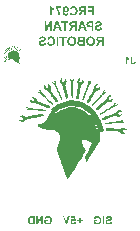
<source format=gbr>
%TF.GenerationSoftware,KiCad,Pcbnew,8.0.2-1*%
%TF.CreationDate,2024-08-18T21:43:36-07:00*%
%TF.ProjectId,HallSwitch,48616c6c-5377-4697-9463-682e6b696361,rev?*%
%TF.SameCoordinates,Original*%
%TF.FileFunction,Legend,Bot*%
%TF.FilePolarity,Positive*%
%FSLAX46Y46*%
G04 Gerber Fmt 4.6, Leading zero omitted, Abs format (unit mm)*
G04 Created by KiCad (PCBNEW 8.0.2-1) date 2024-08-18 21:43:36*
%MOMM*%
%LPD*%
G01*
G04 APERTURE LIST*
%ADD10C,0.171450*%
%ADD11C,0.127000*%
%ADD12C,0.158750*%
%ADD13C,0.000000*%
G04 APERTURE END LIST*
D10*
G36*
X127646054Y-110276932D02*
G01*
X127646054Y-110094691D01*
X127826956Y-110094691D01*
X127826956Y-109976769D01*
X127646054Y-109976769D01*
X127646054Y-109794527D01*
X127525452Y-109794527D01*
X127525452Y-109976769D01*
X127344048Y-109976769D01*
X127344048Y-110094691D01*
X127525452Y-110094691D01*
X127525452Y-110276932D01*
X127646054Y-110276932D01*
G37*
G36*
X127263982Y-110174086D02*
G01*
X127132158Y-110159011D01*
X127124778Y-110193197D01*
X127109765Y-110223746D01*
X127098658Y-110237402D01*
X127070750Y-110258081D01*
X127036925Y-110266184D01*
X127034672Y-110266212D01*
X127000793Y-110260441D01*
X126971851Y-110243129D01*
X126964489Y-110236062D01*
X126945836Y-110206370D01*
X126937479Y-110173343D01*
X126935679Y-110144774D01*
X126939044Y-110108794D01*
X126951696Y-110075051D01*
X126964154Y-110059013D01*
X126992372Y-110039433D01*
X127027195Y-110030817D01*
X127038357Y-110030370D01*
X127072806Y-110035604D01*
X127104965Y-110051308D01*
X127131951Y-110074391D01*
X127140533Y-110083970D01*
X127247902Y-110067388D01*
X127180064Y-109687326D01*
X126830153Y-109687326D01*
X126830153Y-109815968D01*
X127079730Y-109815968D01*
X127100501Y-109936904D01*
X127069861Y-109922981D01*
X127035895Y-109914383D01*
X127010050Y-109912449D01*
X126972794Y-109915502D01*
X126938119Y-109924664D01*
X126906025Y-109939933D01*
X126876511Y-109961309D01*
X126860806Y-109976267D01*
X126836918Y-110005941D01*
X126818897Y-110039271D01*
X126806744Y-110076256D01*
X126800997Y-110110866D01*
X126799500Y-110141759D01*
X126801864Y-110177974D01*
X126808958Y-110212457D01*
X126820780Y-110245210D01*
X126837332Y-110276231D01*
X126848913Y-110293180D01*
X126871235Y-110319383D01*
X126901401Y-110344963D01*
X126935254Y-110364149D01*
X126972792Y-110376939D01*
X127006891Y-110382712D01*
X127036012Y-110384134D01*
X127070636Y-110382131D01*
X127107890Y-110374735D01*
X127141761Y-110361887D01*
X127172250Y-110343590D01*
X127191956Y-110327183D01*
X127216014Y-110300392D01*
X127235422Y-110269849D01*
X127250181Y-110235555D01*
X127259132Y-110203175D01*
X127263982Y-110174086D01*
G37*
G36*
X126526472Y-110373414D02*
G01*
X126773370Y-109676606D01*
X126622116Y-109676606D01*
X126447411Y-110191172D01*
X126278234Y-109676606D01*
X126130330Y-109676606D01*
X126377563Y-110373414D01*
X126526472Y-110373414D01*
G37*
G36*
X124880529Y-110116131D02*
G01*
X124880529Y-109998210D01*
X124579863Y-109998210D01*
X124579863Y-110278273D01*
X124607649Y-110301127D01*
X124637554Y-110320107D01*
X124667739Y-110335684D01*
X124701675Y-110350299D01*
X124706830Y-110352308D01*
X124743282Y-110364709D01*
X124779942Y-110374064D01*
X124816811Y-110380373D01*
X124853888Y-110383636D01*
X124875169Y-110384134D01*
X124914831Y-110382526D01*
X124952539Y-110377703D01*
X124988291Y-110369665D01*
X125022089Y-110358412D01*
X125053931Y-110343943D01*
X125064111Y-110338406D01*
X125092917Y-110319880D01*
X125118907Y-110298598D01*
X125145673Y-110270286D01*
X125165565Y-110243033D01*
X125182642Y-110213024D01*
X125185215Y-110207754D01*
X125198990Y-110175321D01*
X125209916Y-110141840D01*
X125217991Y-110107310D01*
X125223217Y-110071732D01*
X125225592Y-110035106D01*
X125225750Y-110022665D01*
X125224160Y-109982816D01*
X125219390Y-109944674D01*
X125211440Y-109908241D01*
X125200311Y-109873515D01*
X125186001Y-109840497D01*
X125180525Y-109829870D01*
X125162093Y-109799596D01*
X125140717Y-109772090D01*
X125116396Y-109747352D01*
X125089131Y-109725381D01*
X125058922Y-109706177D01*
X125048198Y-109700391D01*
X125012929Y-109685295D01*
X124978753Y-109675624D01*
X124941483Y-109669256D01*
X124907075Y-109666425D01*
X124882874Y-109665886D01*
X124844052Y-109667277D01*
X124807986Y-109671448D01*
X124774676Y-109678400D01*
X124738342Y-109690413D01*
X124705978Y-109706430D01*
X124682039Y-109722837D01*
X124656718Y-109745724D01*
X124635024Y-109771674D01*
X124616957Y-109800686D01*
X124602518Y-109832760D01*
X124591706Y-109867896D01*
X124588908Y-109880288D01*
X124727432Y-109901729D01*
X124739059Y-109869841D01*
X124757668Y-109839942D01*
X124782373Y-109815465D01*
X124812386Y-109797441D01*
X124847149Y-109786899D01*
X124882874Y-109783807D01*
X124921091Y-109786621D01*
X124955716Y-109795061D01*
X124986751Y-109809127D01*
X125014195Y-109828821D01*
X125028265Y-109842600D01*
X125049281Y-109870982D01*
X125065135Y-109904831D01*
X125074616Y-109938194D01*
X125080305Y-109975574D01*
X125082148Y-110009792D01*
X125082201Y-110016970D01*
X125080868Y-110054393D01*
X125076868Y-110088773D01*
X125068550Y-110126013D01*
X125056391Y-110158873D01*
X125037354Y-110191671D01*
X125027595Y-110203902D01*
X125002013Y-110228181D01*
X124973193Y-110246497D01*
X124941134Y-110258850D01*
X124905837Y-110265239D01*
X124884214Y-110266212D01*
X124848638Y-110263310D01*
X124815700Y-110255478D01*
X124796443Y-110248625D01*
X124765146Y-110234374D01*
X124735176Y-110216543D01*
X124720732Y-110205912D01*
X124720732Y-110116131D01*
X124880529Y-110116131D01*
G37*
G36*
X124453902Y-110373414D02*
G01*
X124453902Y-109676606D01*
X124318226Y-109676606D01*
X124035650Y-110147454D01*
X124035650Y-109676606D01*
X123906171Y-109676606D01*
X123906171Y-110373414D01*
X124046035Y-110373414D01*
X124324423Y-109909601D01*
X124324423Y-110373414D01*
X124453902Y-110373414D01*
G37*
G36*
X123763125Y-110373414D02*
G01*
X123500650Y-110373414D01*
X123481829Y-110373183D01*
X123447093Y-110371341D01*
X123412646Y-110367065D01*
X123377201Y-110358673D01*
X123369594Y-110356120D01*
X123337812Y-110343109D01*
X123307190Y-110325731D01*
X123279212Y-110303063D01*
X123276229Y-110300093D01*
X123253933Y-110274295D01*
X123234422Y-110244875D01*
X123217695Y-110211832D01*
X123205344Y-110179949D01*
X123202768Y-110172068D01*
X123194126Y-110138698D01*
X123188143Y-110102377D01*
X123185089Y-110068173D01*
X123184071Y-110031710D01*
X123184167Y-110025177D01*
X123328290Y-110025177D01*
X123328513Y-110044833D01*
X123330292Y-110080971D01*
X123334422Y-110116571D01*
X123342528Y-110152814D01*
X123345240Y-110161345D01*
X123358692Y-110192972D01*
X123379043Y-110219982D01*
X123402468Y-110236407D01*
X123435156Y-110248792D01*
X123448070Y-110251403D01*
X123483227Y-110254701D01*
X123519577Y-110255492D01*
X123623596Y-110255492D01*
X123623596Y-109794527D01*
X123560950Y-109794527D01*
X123555676Y-109794534D01*
X123517431Y-109795057D01*
X123482789Y-109796647D01*
X123446546Y-109801228D01*
X123444110Y-109801777D01*
X123410827Y-109813706D01*
X123382058Y-109834058D01*
X123375871Y-109840386D01*
X123355840Y-109869432D01*
X123342528Y-109901394D01*
X123338426Y-109915810D01*
X123332308Y-109950115D01*
X123329180Y-109987228D01*
X123328290Y-110025177D01*
X123184167Y-110025177D01*
X123184425Y-110007702D01*
X123186280Y-109973526D01*
X123190453Y-109936437D01*
X123196791Y-109902346D01*
X123206684Y-109867056D01*
X123214258Y-109846677D01*
X123230446Y-109812552D01*
X123249920Y-109781713D01*
X123272680Y-109754160D01*
X123286658Y-109740400D01*
X123313942Y-109719094D01*
X123343955Y-109702241D01*
X123376698Y-109689839D01*
X123401876Y-109684050D01*
X123436332Y-109679514D01*
X123472411Y-109677239D01*
X123508187Y-109676606D01*
X123763125Y-109676606D01*
X123763125Y-110373414D01*
G37*
D11*
G36*
X128779355Y-92687140D02*
G01*
X128779355Y-91912909D01*
X128253400Y-91912909D01*
X128253400Y-92043933D01*
X128624509Y-92043933D01*
X128624509Y-92222601D01*
X128304209Y-92222601D01*
X128304209Y-92353625D01*
X128624509Y-92353625D01*
X128624509Y-92687140D01*
X128779355Y-92687140D01*
G37*
G36*
X128128518Y-92687140D02*
G01*
X127973672Y-92687140D01*
X127973672Y-92365536D01*
X127942219Y-92365536D01*
X127938909Y-92365545D01*
X127901003Y-92367175D01*
X127864238Y-92374097D01*
X127847656Y-92381699D01*
X127817709Y-92405737D01*
X127804367Y-92421265D01*
X127781049Y-92452159D01*
X127757081Y-92486061D01*
X127736006Y-92516846D01*
X127623966Y-92687140D01*
X127438597Y-92687140D01*
X127532398Y-92536388D01*
X127552398Y-92504475D01*
X127573713Y-92472140D01*
X127595413Y-92441640D01*
X127620616Y-92410948D01*
X127640335Y-92391513D01*
X127670978Y-92367021D01*
X127703436Y-92345994D01*
X127691001Y-92343970D01*
X127650580Y-92334307D01*
X127614986Y-92320636D01*
X127580217Y-92300106D01*
X127551754Y-92274341D01*
X127529525Y-92244051D01*
X127513647Y-92209946D01*
X127504120Y-92172025D01*
X127501469Y-92137175D01*
X127660630Y-92137175D01*
X127662175Y-92157237D01*
X127676450Y-92193568D01*
X127687402Y-92206352D01*
X127719814Y-92225393D01*
X127742037Y-92229801D01*
X127782270Y-92233007D01*
X127820165Y-92234192D01*
X127859026Y-92234513D01*
X127973672Y-92234513D01*
X127973672Y-92043933D01*
X127852699Y-92043933D01*
X127815105Y-92044057D01*
X127777369Y-92044584D01*
X127739728Y-92046538D01*
X127711857Y-92054354D01*
X127681288Y-92075944D01*
X127667166Y-92099115D01*
X127660630Y-92137175D01*
X127501469Y-92137175D01*
X127500945Y-92130289D01*
X127501076Y-92121742D01*
X127505656Y-92080815D01*
X127516779Y-92042906D01*
X127534445Y-92008013D01*
X127557564Y-91977810D01*
X127588033Y-91951933D01*
X127623780Y-91933754D01*
X127642814Y-91927749D01*
X127680113Y-91920258D01*
X127719657Y-91915840D01*
X127758684Y-91913642D01*
X127802448Y-91912909D01*
X128128518Y-91912909D01*
X128128518Y-92687140D01*
G37*
G36*
X126868347Y-92389359D02*
G01*
X126718153Y-92437004D01*
X126730089Y-92475074D01*
X126744260Y-92509955D01*
X126764216Y-92547601D01*
X126787392Y-92580654D01*
X126813786Y-92609115D01*
X126833171Y-92625536D01*
X126864776Y-92646472D01*
X126899430Y-92663076D01*
X126937134Y-92675348D01*
X126977886Y-92683289D01*
X127021687Y-92686899D01*
X127036965Y-92687140D01*
X127074316Y-92685523D01*
X127118616Y-92678954D01*
X127160262Y-92667333D01*
X127199255Y-92650659D01*
X127235594Y-92628933D01*
X127269280Y-92602153D01*
X127288218Y-92583661D01*
X127316527Y-92549470D01*
X127340039Y-92511571D01*
X127358752Y-92469964D01*
X127370267Y-92434010D01*
X127378712Y-92395682D01*
X127384086Y-92354982D01*
X127386389Y-92311908D01*
X127386485Y-92300769D01*
X127384941Y-92254636D01*
X127380309Y-92211155D01*
X127372588Y-92170327D01*
X127361779Y-92132150D01*
X127347881Y-92096626D01*
X127326167Y-92055950D01*
X127299627Y-92019418D01*
X127287659Y-92005966D01*
X127255200Y-91975726D01*
X127219706Y-91950612D01*
X127181177Y-91930623D01*
X127139612Y-91915759D01*
X127095012Y-91906021D01*
X127057147Y-91901921D01*
X127027473Y-91900998D01*
X126984741Y-91903152D01*
X126944598Y-91909613D01*
X126907046Y-91920382D01*
X126872083Y-91935458D01*
X126839711Y-91954842D01*
X126809928Y-91978533D01*
X126798740Y-91989216D01*
X126774220Y-92018203D01*
X126752957Y-92052866D01*
X126737023Y-92087853D01*
X126723583Y-92127186D01*
X126720201Y-92139223D01*
X126873558Y-92163045D01*
X126886395Y-92124345D01*
X126906226Y-92091672D01*
X126930322Y-92067197D01*
X126962207Y-92047170D01*
X126998489Y-92035457D01*
X127035290Y-92032022D01*
X127075909Y-92035814D01*
X127112527Y-92047190D01*
X127145143Y-92066150D01*
X127173758Y-92092694D01*
X127196964Y-92127742D01*
X127211830Y-92166137D01*
X127220533Y-92204789D01*
X127225505Y-92248741D01*
X127226800Y-92289416D01*
X127225524Y-92332464D01*
X127221693Y-92371458D01*
X127213726Y-92412902D01*
X127202082Y-92448509D01*
X127183849Y-92482674D01*
X127174503Y-92494885D01*
X127146388Y-92521673D01*
X127114342Y-92540808D01*
X127078364Y-92552289D01*
X127038454Y-92556116D01*
X126998019Y-92551366D01*
X126961674Y-92537115D01*
X126932183Y-92515915D01*
X126906836Y-92486283D01*
X126888220Y-92451906D01*
X126875009Y-92415218D01*
X126868347Y-92389359D01*
G37*
G36*
X126420062Y-91914618D02*
G01*
X126456773Y-91921178D01*
X126496228Y-91935051D01*
X126532050Y-91955621D01*
X126564238Y-91982888D01*
X126587767Y-92010624D01*
X126609064Y-92046935D01*
X126623736Y-92087504D01*
X126631038Y-92125665D01*
X126633472Y-92166954D01*
X126631868Y-92200152D01*
X126625709Y-92237352D01*
X126612685Y-92277112D01*
X126593373Y-92312954D01*
X126567774Y-92344878D01*
X126550960Y-92360886D01*
X126519660Y-92383765D01*
X126485973Y-92400107D01*
X126449899Y-92409913D01*
X126411439Y-92413181D01*
X126371576Y-92409156D01*
X126335179Y-92397082D01*
X126302249Y-92376959D01*
X126272785Y-92348786D01*
X126273992Y-92365113D01*
X126278694Y-92409854D01*
X126285019Y-92448236D01*
X126295976Y-92489518D01*
X126313730Y-92525221D01*
X126324011Y-92537553D01*
X126353891Y-92559834D01*
X126391153Y-92568027D01*
X126416243Y-92565148D01*
X126449220Y-92547555D01*
X126466994Y-92521592D01*
X126476393Y-92484649D01*
X126618769Y-92499910D01*
X126616659Y-92512139D01*
X126606825Y-92551897D01*
X126593179Y-92586918D01*
X126572915Y-92621139D01*
X126547674Y-92649172D01*
X126513738Y-92673284D01*
X126478976Y-92688091D01*
X126439886Y-92696664D01*
X126402133Y-92699051D01*
X126386684Y-92698686D01*
X126342542Y-92693211D01*
X126301712Y-92681168D01*
X126264192Y-92662555D01*
X126229983Y-92637373D01*
X126199084Y-92605622D01*
X126185148Y-92587072D01*
X126164967Y-92551568D01*
X126148594Y-92510329D01*
X126138237Y-92473210D01*
X126130317Y-92432421D01*
X126124834Y-92387962D01*
X126121788Y-92339832D01*
X126121103Y-92301327D01*
X126121176Y-92288483D01*
X126122929Y-92239390D01*
X126127021Y-92193949D01*
X126130631Y-92170490D01*
X126285999Y-92170490D01*
X126286453Y-92183803D01*
X126294193Y-92221366D01*
X126315033Y-92253868D01*
X126316860Y-92255609D01*
X126349663Y-92275942D01*
X126386500Y-92282158D01*
X126391934Y-92282043D01*
X126429071Y-92273858D01*
X126459829Y-92252752D01*
X126472612Y-92235955D01*
X126485596Y-92199729D01*
X126489048Y-92160440D01*
X126488389Y-92141922D01*
X126481432Y-92104413D01*
X126462062Y-92071291D01*
X126431632Y-92050772D01*
X126394317Y-92043933D01*
X126386347Y-92044226D01*
X126349248Y-92054474D01*
X126318755Y-92077247D01*
X126304424Y-92095498D01*
X126289869Y-92132350D01*
X126285999Y-92170490D01*
X126130631Y-92170490D01*
X126133451Y-92152161D01*
X126142218Y-92114025D01*
X126156466Y-92071492D01*
X126174366Y-92034666D01*
X126195920Y-92003546D01*
X126205436Y-91992571D01*
X126235946Y-91963893D01*
X126269401Y-91941587D01*
X126305800Y-91925655D01*
X126345143Y-91916096D01*
X126387431Y-91912909D01*
X126420062Y-91914618D01*
G37*
G36*
X126028605Y-92067755D02*
G01*
X126028605Y-91924820D01*
X125525541Y-91924820D01*
X125525541Y-92032022D01*
X125552916Y-92061628D01*
X125576537Y-92091102D01*
X125600301Y-92124359D01*
X125624209Y-92161396D01*
X125644243Y-92195150D01*
X125652284Y-92209387D01*
X125671662Y-92245806D01*
X125689550Y-92282942D01*
X125705948Y-92320796D01*
X125720855Y-92359368D01*
X125734272Y-92398658D01*
X125746198Y-92438666D01*
X125750552Y-92454870D01*
X125760243Y-92494794D01*
X125768262Y-92533372D01*
X125774608Y-92570606D01*
X125780017Y-92613511D01*
X125783018Y-92654479D01*
X125783680Y-92687140D01*
X125925498Y-92687140D01*
X125923657Y-92647308D01*
X125919996Y-92607285D01*
X125914514Y-92567070D01*
X125907212Y-92526664D01*
X125898090Y-92486065D01*
X125887147Y-92445274D01*
X125874384Y-92404291D01*
X125859800Y-92363117D01*
X125843655Y-92322349D01*
X125826207Y-92282681D01*
X125807456Y-92244112D01*
X125787402Y-92206642D01*
X125766046Y-92170272D01*
X125743386Y-92135000D01*
X125719424Y-92100828D01*
X125694159Y-92067755D01*
X126028605Y-92067755D01*
G37*
G36*
X125058956Y-92687140D02*
G01*
X125205985Y-92687140D01*
X125205985Y-92126939D01*
X125237219Y-92155750D01*
X125270482Y-92181604D01*
X125305773Y-92204500D01*
X125343092Y-92224439D01*
X125382440Y-92241421D01*
X125396006Y-92246424D01*
X125396006Y-92103489D01*
X125359082Y-92088738D01*
X125324171Y-92069930D01*
X125291805Y-92048812D01*
X125270938Y-92033510D01*
X125239811Y-92006571D01*
X125213988Y-91977490D01*
X125193469Y-91946270D01*
X125178254Y-91912909D01*
X125058956Y-91912909D01*
X125058956Y-92687140D01*
G37*
G36*
X129479698Y-93717164D02*
G01*
X129328946Y-93705252D01*
X129319096Y-93743617D01*
X129302971Y-93778993D01*
X129278936Y-93809090D01*
X129273857Y-93813570D01*
X129241765Y-93833279D01*
X129202811Y-93844807D01*
X129161445Y-93848187D01*
X129122275Y-93845729D01*
X129085590Y-93837230D01*
X129051069Y-93819018D01*
X129048660Y-93817106D01*
X129022706Y-93787753D01*
X129011027Y-93751875D01*
X129010693Y-93744150D01*
X129020462Y-93707159D01*
X129026699Y-93698552D01*
X129057886Y-93675965D01*
X129082347Y-93665796D01*
X129119573Y-93654407D01*
X129157537Y-93644000D01*
X129194658Y-93634237D01*
X129206484Y-93631179D01*
X129243580Y-93620898D01*
X129283310Y-93607672D01*
X129317818Y-93593478D01*
X129351478Y-93575694D01*
X129381244Y-93553756D01*
X129408801Y-93524402D01*
X129429590Y-93492357D01*
X129443610Y-93457623D01*
X129450862Y-93420200D01*
X129451967Y-93397607D01*
X129448053Y-93357820D01*
X129436309Y-93319836D01*
X129418839Y-93286870D01*
X129395164Y-93256950D01*
X129365782Y-93231865D01*
X129330693Y-93211614D01*
X129322991Y-93208144D01*
X129285679Y-93195099D01*
X129249102Y-93187088D01*
X129209315Y-93182449D01*
X129171867Y-93181158D01*
X129128479Y-93182744D01*
X129088581Y-93187501D01*
X129052173Y-93195430D01*
X129013089Y-93209131D01*
X128979031Y-93227399D01*
X128954487Y-93246111D01*
X128925809Y-93276604D01*
X128903775Y-93311246D01*
X128888384Y-93350038D01*
X128880480Y-93386592D01*
X128877622Y-93419383D01*
X129032654Y-93419383D01*
X129043272Y-93381058D01*
X129063796Y-93347791D01*
X129075274Y-93337307D01*
X129110205Y-93320131D01*
X129150127Y-93313065D01*
X129173542Y-93312182D01*
X129212815Y-93314835D01*
X129249465Y-93323884D01*
X129279254Y-93339354D01*
X129301878Y-93370656D01*
X129303821Y-93386255D01*
X129290840Y-93421884D01*
X129280743Y-93431852D01*
X129247025Y-93450496D01*
X129211431Y-93463477D01*
X129171679Y-93475198D01*
X129138367Y-93483778D01*
X129098007Y-93494146D01*
X129061796Y-93504593D01*
X129024792Y-93516881D01*
X128989416Y-93531055D01*
X128971051Y-93539984D01*
X128939510Y-93559951D01*
X128910147Y-93586659D01*
X128886370Y-93618338D01*
X128868886Y-93655250D01*
X128859290Y-93693578D01*
X128855781Y-93731957D01*
X128855661Y-93740986D01*
X128859241Y-93781578D01*
X128869983Y-93820535D01*
X128887885Y-93857856D01*
X128892325Y-93865123D01*
X128915349Y-93895326D01*
X128943171Y-93920818D01*
X128975793Y-93941598D01*
X128995990Y-93951108D01*
X129031549Y-93963403D01*
X129071226Y-93972185D01*
X129109322Y-93976988D01*
X129150569Y-93979101D01*
X129162934Y-93979211D01*
X129206766Y-93977580D01*
X129247299Y-93972686D01*
X129284533Y-93964530D01*
X129324860Y-93950436D01*
X129360437Y-93931644D01*
X129386455Y-93912396D01*
X129413493Y-93885118D01*
X129436121Y-93853535D01*
X129454339Y-93817646D01*
X129468147Y-93777453D01*
X129476285Y-93740669D01*
X129479698Y-93717164D01*
G37*
G36*
X128729476Y-93967300D02*
G01*
X128574444Y-93967300D01*
X128574444Y-93669519D01*
X128473385Y-93669519D01*
X128429758Y-93668993D01*
X128390886Y-93667417D01*
X128352285Y-93664329D01*
X128312769Y-93658538D01*
X128300010Y-93655296D01*
X128264672Y-93641434D01*
X128232368Y-93622246D01*
X128215765Y-93609288D01*
X128188428Y-93579978D01*
X128167229Y-93546870D01*
X128164119Y-93540781D01*
X128150600Y-93504170D01*
X128143577Y-93466308D01*
X128141665Y-93430736D01*
X128301230Y-93430736D01*
X128303690Y-93454709D01*
X128318725Y-93489547D01*
X128333730Y-93506646D01*
X128367114Y-93526770D01*
X128371213Y-93528190D01*
X128409409Y-93535186D01*
X128447585Y-93537762D01*
X128489577Y-93538495D01*
X128574444Y-93538495D01*
X128574444Y-93324093D01*
X128499627Y-93324093D01*
X128465666Y-93324342D01*
X128426452Y-93325564D01*
X128388145Y-93329304D01*
X128355629Y-93340002D01*
X128325797Y-93362804D01*
X128307372Y-93393187D01*
X128301230Y-93430736D01*
X128141665Y-93430736D01*
X128141545Y-93428502D01*
X128143674Y-93390135D01*
X128151319Y-93350234D01*
X128164524Y-93314544D01*
X128186026Y-93279426D01*
X128200454Y-93262387D01*
X128229079Y-93236708D01*
X128261121Y-93217449D01*
X128296577Y-93204608D01*
X128312362Y-93201284D01*
X128352913Y-93196720D01*
X128395241Y-93194433D01*
X128439036Y-93193351D01*
X128480829Y-93193069D01*
X128729476Y-93193069D01*
X128729476Y-93967300D01*
G37*
G36*
X128175418Y-93967300D02*
G01*
X128011080Y-93967300D01*
X127947801Y-93788631D01*
X127640901Y-93788631D01*
X127573900Y-93967300D01*
X127405468Y-93967300D01*
X127528377Y-93657607D01*
X127690779Y-93657607D01*
X127900157Y-93657607D01*
X127796492Y-93383649D01*
X127690779Y-93657607D01*
X127528377Y-93657607D01*
X127712741Y-93193069D01*
X127876520Y-93193069D01*
X128175418Y-93967300D01*
G37*
G36*
X127327114Y-93967300D02*
G01*
X127172268Y-93967300D01*
X127172268Y-93645696D01*
X127140815Y-93645696D01*
X127137505Y-93645705D01*
X127099599Y-93647335D01*
X127062834Y-93654257D01*
X127046252Y-93661859D01*
X127016306Y-93685897D01*
X127002964Y-93701425D01*
X126979645Y-93732319D01*
X126955677Y-93766221D01*
X126934602Y-93797006D01*
X126822562Y-93967300D01*
X126637193Y-93967300D01*
X126730994Y-93816548D01*
X126750994Y-93784635D01*
X126772310Y-93752300D01*
X126794009Y-93721800D01*
X126819212Y-93691108D01*
X126838931Y-93671673D01*
X126869574Y-93647181D01*
X126902032Y-93626154D01*
X126889597Y-93624130D01*
X126849176Y-93614467D01*
X126813582Y-93600796D01*
X126778814Y-93580266D01*
X126750350Y-93554501D01*
X126728121Y-93524211D01*
X126712243Y-93490106D01*
X126702717Y-93452185D01*
X126700065Y-93417335D01*
X126859226Y-93417335D01*
X126860771Y-93437397D01*
X126875046Y-93473728D01*
X126885998Y-93486512D01*
X126918410Y-93505553D01*
X126940634Y-93509961D01*
X126980866Y-93513167D01*
X127018761Y-93514352D01*
X127057623Y-93514673D01*
X127172268Y-93514673D01*
X127172268Y-93324093D01*
X127051295Y-93324093D01*
X127013701Y-93324217D01*
X126975966Y-93324744D01*
X126938324Y-93326698D01*
X126910453Y-93334514D01*
X126879885Y-93356104D01*
X126865763Y-93379275D01*
X126859226Y-93417335D01*
X126700065Y-93417335D01*
X126699541Y-93410449D01*
X126699672Y-93401902D01*
X126704252Y-93360975D01*
X126715375Y-93323066D01*
X126733042Y-93288173D01*
X126756160Y-93257970D01*
X126786629Y-93232093D01*
X126822376Y-93213914D01*
X126841411Y-93207909D01*
X126878709Y-93200418D01*
X126918253Y-93196000D01*
X126957280Y-93193802D01*
X127001044Y-93193069D01*
X127327114Y-93193069D01*
X127327114Y-93967300D01*
G37*
G36*
X126385196Y-93967300D02*
G01*
X126385196Y-93324093D01*
X126612813Y-93324093D01*
X126612813Y-93193069D01*
X126003106Y-93193069D01*
X126003106Y-93324093D01*
X126230164Y-93324093D01*
X126230164Y-93967300D01*
X126385196Y-93967300D01*
G37*
G36*
X126063407Y-93967300D02*
G01*
X125899069Y-93967300D01*
X125835791Y-93788631D01*
X125528890Y-93788631D01*
X125461889Y-93967300D01*
X125293457Y-93967300D01*
X125416366Y-93657607D01*
X125578768Y-93657607D01*
X125788146Y-93657607D01*
X125684481Y-93383649D01*
X125578768Y-93657607D01*
X125416366Y-93657607D01*
X125600730Y-93193069D01*
X125764509Y-93193069D01*
X126063407Y-93967300D01*
G37*
G36*
X125213987Y-93967300D02*
G01*
X125213987Y-93193069D01*
X125063235Y-93193069D01*
X124749263Y-93716233D01*
X124749263Y-93193069D01*
X124605397Y-93193069D01*
X124605397Y-93967300D01*
X124760802Y-93967300D01*
X125070122Y-93451952D01*
X125070122Y-93967300D01*
X125213987Y-93967300D01*
G37*
G36*
X129607744Y-95247460D02*
G01*
X129452898Y-95247460D01*
X129452898Y-94925856D01*
X129421445Y-94925856D01*
X129418134Y-94925865D01*
X129380229Y-94927495D01*
X129343463Y-94934417D01*
X129326881Y-94942019D01*
X129296935Y-94966057D01*
X129283593Y-94981585D01*
X129260274Y-95012479D01*
X129236306Y-95046381D01*
X129215231Y-95077166D01*
X129103191Y-95247460D01*
X128917823Y-95247460D01*
X129011624Y-95096708D01*
X129031624Y-95064795D01*
X129052939Y-95032460D01*
X129074639Y-95001960D01*
X129099841Y-94971268D01*
X129119560Y-94951833D01*
X129150204Y-94927341D01*
X129182662Y-94906314D01*
X129170226Y-94904290D01*
X129129805Y-94894627D01*
X129094211Y-94880956D01*
X129059443Y-94860426D01*
X129030979Y-94834661D01*
X129008751Y-94804371D01*
X128992873Y-94770266D01*
X128983346Y-94732345D01*
X128980695Y-94697495D01*
X129139856Y-94697495D01*
X129141400Y-94717557D01*
X129155675Y-94753888D01*
X129166628Y-94766672D01*
X129199040Y-94785713D01*
X129221263Y-94790121D01*
X129261495Y-94793327D01*
X129299391Y-94794512D01*
X129338252Y-94794833D01*
X129452898Y-94794833D01*
X129452898Y-94604253D01*
X129331924Y-94604253D01*
X129294330Y-94604377D01*
X129256595Y-94604904D01*
X129218954Y-94606858D01*
X129191082Y-94614674D01*
X129160514Y-94636264D01*
X129146392Y-94659435D01*
X129139856Y-94697495D01*
X128980695Y-94697495D01*
X128980171Y-94690609D01*
X128980301Y-94682062D01*
X128984882Y-94641135D01*
X128996005Y-94603226D01*
X129013671Y-94568333D01*
X129036790Y-94538130D01*
X129067258Y-94512253D01*
X129103005Y-94494074D01*
X129122040Y-94488069D01*
X129159338Y-94480578D01*
X129198883Y-94476160D01*
X129237910Y-94473962D01*
X129281674Y-94473229D01*
X129607744Y-94473229D01*
X129607744Y-95247460D01*
G37*
G36*
X128510499Y-94461437D02*
G01*
X128549818Y-94463732D01*
X128587053Y-94468949D01*
X128627056Y-94478487D01*
X128664337Y-94491841D01*
X128667690Y-94493283D01*
X128703499Y-94512272D01*
X128734335Y-94534497D01*
X128763535Y-94561447D01*
X128769114Y-94567334D01*
X128794785Y-94598210D01*
X128816747Y-94631485D01*
X128835002Y-94667159D01*
X128848636Y-94703979D01*
X128858921Y-94744416D01*
X128865071Y-94781953D01*
X128868762Y-94822147D01*
X128869992Y-94864997D01*
X128869893Y-94876436D01*
X128867524Y-94920645D01*
X128861998Y-94962382D01*
X128853313Y-95001648D01*
X128841470Y-95038441D01*
X128822225Y-95080957D01*
X128798046Y-95119611D01*
X128768932Y-95154403D01*
X128735638Y-95184643D01*
X128698918Y-95209757D01*
X128658772Y-95229746D01*
X128615200Y-95244610D01*
X128577876Y-95252810D01*
X128538359Y-95257731D01*
X128496649Y-95259371D01*
X128455463Y-95257722D01*
X128416399Y-95252775D01*
X128379459Y-95244531D01*
X128336268Y-95229588D01*
X128296395Y-95209493D01*
X128259838Y-95184245D01*
X128226599Y-95153845D01*
X128214361Y-95140336D01*
X128187221Y-95103785D01*
X128165016Y-95063263D01*
X128150804Y-95027986D01*
X128139751Y-94990167D01*
X128131856Y-94949807D01*
X128127119Y-94906905D01*
X128125539Y-94861461D01*
X128125603Y-94857739D01*
X128285783Y-94857739D01*
X128285841Y-94866129D01*
X128287870Y-94906103D01*
X128294132Y-94949716D01*
X128304568Y-94988580D01*
X128322019Y-95027917D01*
X128345153Y-95060788D01*
X128352704Y-95068969D01*
X128381184Y-95093446D01*
X128417636Y-95113503D01*
X128458252Y-95125114D01*
X128497207Y-95128347D01*
X128508666Y-95128081D01*
X128546781Y-95122959D01*
X128586545Y-95109123D01*
X128622261Y-95086772D01*
X128650192Y-95060230D01*
X128657472Y-95051442D01*
X128679251Y-95016759D01*
X128693341Y-94982169D01*
X128703203Y-94943089D01*
X128708839Y-94899521D01*
X128710307Y-94859786D01*
X128710249Y-94851465D01*
X128708246Y-94811841D01*
X128702062Y-94768646D01*
X128691757Y-94730201D01*
X128674524Y-94691353D01*
X128651681Y-94658970D01*
X128644207Y-94650902D01*
X128611405Y-94623834D01*
X128573950Y-94605095D01*
X128537360Y-94595530D01*
X128497207Y-94592342D01*
X128485397Y-94592599D01*
X128446386Y-94597553D01*
X128406229Y-94610936D01*
X128370795Y-94632554D01*
X128343664Y-94658226D01*
X128340103Y-94662398D01*
X128318341Y-94695332D01*
X128302118Y-94734785D01*
X128292622Y-94773790D01*
X128287196Y-94817585D01*
X128285783Y-94857739D01*
X128125603Y-94857739D01*
X128125937Y-94838218D01*
X128129119Y-94793673D01*
X128135481Y-94751716D01*
X128145025Y-94712347D01*
X128157751Y-94675567D01*
X128173658Y-94641374D01*
X128198015Y-94602273D01*
X128227343Y-94567216D01*
X128260815Y-94536708D01*
X128297605Y-94511371D01*
X128337711Y-94491205D01*
X128381134Y-94476210D01*
X128418260Y-94467937D01*
X128457510Y-94462973D01*
X128498882Y-94461318D01*
X128510499Y-94461437D01*
G37*
G36*
X128008660Y-95247460D02*
G01*
X127747358Y-95247460D01*
X127720542Y-95247224D01*
X127680124Y-95246715D01*
X127638676Y-95245912D01*
X127600046Y-95244711D01*
X127560500Y-95242248D01*
X127527304Y-95236579D01*
X127490970Y-95224771D01*
X127456649Y-95205770D01*
X127436723Y-95189730D01*
X127410979Y-95161001D01*
X127390207Y-95126672D01*
X127379540Y-95101652D01*
X127369255Y-95063466D01*
X127365826Y-95024496D01*
X127365956Y-95017238D01*
X127526069Y-95017238D01*
X127529663Y-95047349D01*
X127547845Y-95081633D01*
X127567536Y-95098191D01*
X127604051Y-95111783D01*
X127632453Y-95114796D01*
X127672273Y-95116145D01*
X127710321Y-95116436D01*
X127853814Y-95116436D01*
X127853814Y-94913945D01*
X127728746Y-94913945D01*
X127709543Y-94914041D01*
X127669812Y-94915017D01*
X127629171Y-94917816D01*
X127591209Y-94924926D01*
X127571216Y-94933886D01*
X127542820Y-94959543D01*
X127531974Y-94980467D01*
X127526069Y-95017238D01*
X127365956Y-95017238D01*
X127365974Y-95016235D01*
X127371139Y-94976959D01*
X127383683Y-94941063D01*
X127403607Y-94908548D01*
X127410942Y-94899554D01*
X127439528Y-94873236D01*
X127474475Y-94852553D01*
X127511366Y-94838755D01*
X127487811Y-94825879D01*
X127457321Y-94801198D01*
X127432641Y-94770080D01*
X127419938Y-94746629D01*
X127407690Y-94709360D01*
X127405937Y-94692284D01*
X127554359Y-94692284D01*
X127558137Y-94720283D01*
X127577250Y-94752585D01*
X127602299Y-94770079D01*
X127639784Y-94780316D01*
X127672110Y-94782097D01*
X127711252Y-94782758D01*
X127752197Y-94782921D01*
X127853814Y-94782921D01*
X127853814Y-94604253D01*
X127764852Y-94604253D01*
X127758097Y-94604255D01*
X127715532Y-94604416D01*
X127672950Y-94604988D01*
X127632340Y-94606858D01*
X127606002Y-94612948D01*
X127574087Y-94634031D01*
X127561313Y-94654419D01*
X127554359Y-94692284D01*
X127405937Y-94692284D01*
X127403607Y-94669578D01*
X127404438Y-94650948D01*
X127411940Y-94613007D01*
X127427243Y-94578383D01*
X127433292Y-94568449D01*
X127457394Y-94537712D01*
X127486055Y-94513244D01*
X127495044Y-94507366D01*
X127528840Y-94490964D01*
X127566270Y-94481046D01*
X127588029Y-94478000D01*
X127626808Y-94474947D01*
X127664347Y-94473603D01*
X127701946Y-94473229D01*
X128008660Y-94473229D01*
X128008660Y-95247460D01*
G37*
G36*
X126911416Y-94461437D02*
G01*
X126950735Y-94463732D01*
X126987970Y-94468949D01*
X127027973Y-94478487D01*
X127065253Y-94491841D01*
X127068607Y-94493283D01*
X127104416Y-94512272D01*
X127135252Y-94534497D01*
X127164452Y-94561447D01*
X127170031Y-94567334D01*
X127195701Y-94598210D01*
X127217664Y-94631485D01*
X127235919Y-94667159D01*
X127249553Y-94703979D01*
X127259838Y-94744416D01*
X127265988Y-94781953D01*
X127269678Y-94822147D01*
X127270908Y-94864997D01*
X127270810Y-94876436D01*
X127268441Y-94920645D01*
X127262914Y-94962382D01*
X127254230Y-95001648D01*
X127242387Y-95038441D01*
X127223142Y-95080957D01*
X127198963Y-95119611D01*
X127169849Y-95154403D01*
X127136555Y-95184643D01*
X127099835Y-95209757D01*
X127059689Y-95229746D01*
X127016117Y-95244610D01*
X126978792Y-95252810D01*
X126939275Y-95257731D01*
X126897566Y-95259371D01*
X126856379Y-95257722D01*
X126817316Y-95252775D01*
X126780375Y-95244531D01*
X126737185Y-95229588D01*
X126697312Y-95209493D01*
X126660755Y-95184245D01*
X126627516Y-95153845D01*
X126615278Y-95140336D01*
X126588138Y-95103785D01*
X126565932Y-95063263D01*
X126551721Y-95027986D01*
X126540668Y-94990167D01*
X126532772Y-94949807D01*
X126528035Y-94906905D01*
X126526456Y-94861461D01*
X126526520Y-94857739D01*
X126686699Y-94857739D01*
X126686757Y-94866129D01*
X126688787Y-94906103D01*
X126695048Y-94949716D01*
X126705485Y-94988580D01*
X126722936Y-95027917D01*
X126746070Y-95060788D01*
X126753621Y-95068969D01*
X126782100Y-95093446D01*
X126818552Y-95113503D01*
X126859169Y-95125114D01*
X126898124Y-95128347D01*
X126909583Y-95128081D01*
X126947697Y-95122959D01*
X126987461Y-95109123D01*
X127023178Y-95086772D01*
X127051109Y-95060230D01*
X127058388Y-95051442D01*
X127080168Y-95016759D01*
X127094257Y-94982169D01*
X127104120Y-94943089D01*
X127109756Y-94899521D01*
X127111223Y-94859786D01*
X127111166Y-94851465D01*
X127109162Y-94811841D01*
X127102979Y-94768646D01*
X127092674Y-94730201D01*
X127075441Y-94691353D01*
X127052598Y-94658970D01*
X127045124Y-94650902D01*
X127012322Y-94623834D01*
X126974866Y-94605095D01*
X126938276Y-94595530D01*
X126898124Y-94592342D01*
X126886314Y-94592599D01*
X126847303Y-94597553D01*
X126807146Y-94610936D01*
X126771712Y-94632554D01*
X126744581Y-94658226D01*
X126741020Y-94662398D01*
X126719258Y-94695332D01*
X126703035Y-94734785D01*
X126693539Y-94773790D01*
X126688113Y-94817585D01*
X126686699Y-94857739D01*
X126526520Y-94857739D01*
X126526854Y-94838218D01*
X126530035Y-94793673D01*
X126536398Y-94751716D01*
X126545942Y-94712347D01*
X126558668Y-94675567D01*
X126574574Y-94641374D01*
X126598932Y-94602273D01*
X126628260Y-94567216D01*
X126661732Y-94536708D01*
X126698521Y-94511371D01*
X126738627Y-94491205D01*
X126782050Y-94476210D01*
X126819177Y-94467937D01*
X126858427Y-94462973D01*
X126899799Y-94461318D01*
X126911416Y-94461437D01*
G37*
G36*
X126237423Y-95247460D02*
G01*
X126237423Y-94604253D01*
X126465039Y-94604253D01*
X126465039Y-94473229D01*
X125855332Y-94473229D01*
X125855332Y-94604253D01*
X126082390Y-94604253D01*
X126082390Y-95247460D01*
X126237423Y-95247460D01*
G37*
G36*
X125763393Y-95247460D02*
G01*
X125763393Y-94473229D01*
X125608547Y-94473229D01*
X125608547Y-95247460D01*
X125763393Y-95247460D01*
G37*
G36*
X124971482Y-94949679D02*
G01*
X124821288Y-94997324D01*
X124833224Y-95035394D01*
X124847395Y-95070275D01*
X124867351Y-95107921D01*
X124890527Y-95140974D01*
X124916921Y-95169435D01*
X124936306Y-95185856D01*
X124967911Y-95206792D01*
X125002565Y-95223396D01*
X125040269Y-95235668D01*
X125081021Y-95243609D01*
X125124822Y-95247219D01*
X125140100Y-95247460D01*
X125177451Y-95245843D01*
X125221751Y-95239274D01*
X125263397Y-95227653D01*
X125302390Y-95210979D01*
X125338729Y-95189253D01*
X125372415Y-95162473D01*
X125391353Y-95143981D01*
X125419662Y-95109790D01*
X125443174Y-95071891D01*
X125461887Y-95030284D01*
X125473402Y-94994330D01*
X125481847Y-94956002D01*
X125487221Y-94915302D01*
X125489524Y-94872228D01*
X125489620Y-94861089D01*
X125488076Y-94814956D01*
X125483444Y-94771475D01*
X125475723Y-94730647D01*
X125464914Y-94692470D01*
X125451016Y-94656946D01*
X125429302Y-94616270D01*
X125402762Y-94579738D01*
X125390794Y-94566286D01*
X125358335Y-94536046D01*
X125322841Y-94510932D01*
X125284312Y-94490943D01*
X125242747Y-94476079D01*
X125198147Y-94466341D01*
X125160282Y-94462241D01*
X125130608Y-94461318D01*
X125087876Y-94463472D01*
X125047733Y-94469933D01*
X125010181Y-94480702D01*
X124975218Y-94495778D01*
X124942846Y-94515162D01*
X124913063Y-94538853D01*
X124901875Y-94549536D01*
X124877355Y-94578523D01*
X124856092Y-94613186D01*
X124840158Y-94648173D01*
X124826718Y-94687506D01*
X124823336Y-94699543D01*
X124976693Y-94723365D01*
X124989530Y-94684665D01*
X125009361Y-94651992D01*
X125033457Y-94627517D01*
X125065341Y-94607490D01*
X125101624Y-94595777D01*
X125138425Y-94592342D01*
X125179044Y-94596134D01*
X125215662Y-94607510D01*
X125248278Y-94626470D01*
X125276893Y-94653014D01*
X125300099Y-94688062D01*
X125314965Y-94726457D01*
X125323668Y-94765109D01*
X125328640Y-94809061D01*
X125329935Y-94849736D01*
X125328659Y-94892784D01*
X125324828Y-94931778D01*
X125316861Y-94973222D01*
X125305216Y-95008829D01*
X125286984Y-95042994D01*
X125277638Y-95055205D01*
X125249523Y-95081993D01*
X125217477Y-95101128D01*
X125181499Y-95112609D01*
X125141589Y-95116436D01*
X125101154Y-95111686D01*
X125064809Y-95097435D01*
X125035318Y-95076235D01*
X125009971Y-95046603D01*
X124991355Y-95012226D01*
X124978144Y-94975538D01*
X124971482Y-94949679D01*
G37*
G36*
X124731954Y-94997324D02*
G01*
X124581203Y-94985412D01*
X124571352Y-95023777D01*
X124555227Y-95059153D01*
X124531192Y-95089250D01*
X124526113Y-95093730D01*
X124494021Y-95113439D01*
X124455067Y-95124967D01*
X124413701Y-95128347D01*
X124374531Y-95125889D01*
X124337846Y-95117390D01*
X124303325Y-95099178D01*
X124300916Y-95097266D01*
X124274962Y-95067913D01*
X124263283Y-95032035D01*
X124262949Y-95024310D01*
X124272718Y-94987319D01*
X124278955Y-94978712D01*
X124310142Y-94956125D01*
X124334603Y-94945956D01*
X124371829Y-94934567D01*
X124409793Y-94924160D01*
X124446914Y-94914397D01*
X124458740Y-94911339D01*
X124495836Y-94901058D01*
X124535566Y-94887832D01*
X124570074Y-94873638D01*
X124603734Y-94855854D01*
X124633500Y-94833916D01*
X124661057Y-94804562D01*
X124681846Y-94772517D01*
X124695866Y-94737783D01*
X124703118Y-94700360D01*
X124704223Y-94677767D01*
X124700309Y-94637980D01*
X124688565Y-94599996D01*
X124671095Y-94567030D01*
X124647420Y-94537110D01*
X124618038Y-94512025D01*
X124582950Y-94491774D01*
X124575247Y-94488304D01*
X124537935Y-94475259D01*
X124501358Y-94467248D01*
X124461571Y-94462609D01*
X124424123Y-94461318D01*
X124380736Y-94462904D01*
X124340838Y-94467661D01*
X124304429Y-94475590D01*
X124265345Y-94489291D01*
X124231287Y-94507559D01*
X124206743Y-94526271D01*
X124178065Y-94556764D01*
X124156031Y-94591406D01*
X124140640Y-94630198D01*
X124132736Y-94666752D01*
X124129878Y-94699543D01*
X124284911Y-94699543D01*
X124295528Y-94661218D01*
X124316052Y-94627951D01*
X124327530Y-94617467D01*
X124362462Y-94600291D01*
X124402383Y-94593225D01*
X124425798Y-94592342D01*
X124465071Y-94594995D01*
X124501721Y-94604044D01*
X124531510Y-94619514D01*
X124554134Y-94650816D01*
X124556077Y-94666415D01*
X124543096Y-94702044D01*
X124532999Y-94712012D01*
X124499281Y-94730656D01*
X124463687Y-94743637D01*
X124423935Y-94755358D01*
X124390623Y-94763938D01*
X124350263Y-94774306D01*
X124314052Y-94784753D01*
X124277048Y-94797041D01*
X124241672Y-94811215D01*
X124223307Y-94820144D01*
X124191766Y-94840111D01*
X124162403Y-94866819D01*
X124138626Y-94898498D01*
X124121142Y-94935410D01*
X124111546Y-94973738D01*
X124108037Y-95012117D01*
X124107917Y-95021146D01*
X124111498Y-95061738D01*
X124122239Y-95100695D01*
X124140142Y-95138016D01*
X124144581Y-95145283D01*
X124167605Y-95175486D01*
X124195427Y-95200978D01*
X124228049Y-95221758D01*
X124248246Y-95231268D01*
X124283806Y-95243563D01*
X124323483Y-95252345D01*
X124361578Y-95257148D01*
X124402826Y-95259261D01*
X124415190Y-95259371D01*
X124459022Y-95257740D01*
X124499555Y-95252846D01*
X124536789Y-95244690D01*
X124577116Y-95230596D01*
X124612693Y-95211804D01*
X124638711Y-95192556D01*
X124665749Y-95165278D01*
X124688377Y-95133695D01*
X124706595Y-95097806D01*
X124720403Y-95057613D01*
X124728541Y-95020829D01*
X124731954Y-94997324D01*
G37*
D10*
G36*
X130331612Y-110148291D02*
G01*
X130195936Y-110137571D01*
X130187070Y-110172100D01*
X130172558Y-110203938D01*
X130150926Y-110231025D01*
X130146355Y-110235057D01*
X130117472Y-110252795D01*
X130082414Y-110263170D01*
X130045184Y-110266212D01*
X130009931Y-110264000D01*
X129976915Y-110256351D01*
X129945846Y-110239961D01*
X129943678Y-110238240D01*
X129920319Y-110211821D01*
X129909808Y-110179532D01*
X129909508Y-110172579D01*
X129918300Y-110139287D01*
X129923913Y-110131541D01*
X129951981Y-110111212D01*
X129973996Y-110102061D01*
X130007500Y-110091810D01*
X130041667Y-110082444D01*
X130075076Y-110073657D01*
X130085720Y-110070905D01*
X130119106Y-110061652D01*
X130154863Y-110049749D01*
X130185920Y-110036974D01*
X130216214Y-110020969D01*
X130243004Y-110001225D01*
X130267805Y-109974805D01*
X130286515Y-109945965D01*
X130299133Y-109914705D01*
X130305660Y-109881024D01*
X130306654Y-109860691D01*
X130303131Y-109824882D01*
X130292562Y-109790697D01*
X130276839Y-109761027D01*
X130255532Y-109734099D01*
X130229088Y-109711523D01*
X130197508Y-109693297D01*
X130190576Y-109690174D01*
X130156995Y-109678433D01*
X130124076Y-109671223D01*
X130088267Y-109667048D01*
X130054564Y-109665886D01*
X130015515Y-109667313D01*
X129979607Y-109671595D01*
X129946840Y-109678731D01*
X129911664Y-109691062D01*
X129881012Y-109707503D01*
X129858922Y-109724344D01*
X129833112Y-109751787D01*
X129813281Y-109782965D01*
X129799430Y-109817878D01*
X129792316Y-109850777D01*
X129789744Y-109880288D01*
X129929273Y-109880288D01*
X129938828Y-109845796D01*
X129957300Y-109815856D01*
X129967631Y-109806420D01*
X129999069Y-109790962D01*
X130034998Y-109784602D01*
X130056072Y-109783807D01*
X130091417Y-109786196D01*
X130124403Y-109794339D01*
X130151213Y-109808263D01*
X130171574Y-109836434D01*
X130173323Y-109850473D01*
X130161640Y-109882539D01*
X130152553Y-109891511D01*
X130122206Y-109908290D01*
X130090171Y-109919973D01*
X130054395Y-109930522D01*
X130024414Y-109938244D01*
X129988090Y-109947576D01*
X129955500Y-109956978D01*
X129922197Y-109968037D01*
X129890358Y-109980793D01*
X129873830Y-109988829D01*
X129845443Y-110006800D01*
X129819016Y-110030837D01*
X129797617Y-110059348D01*
X129781881Y-110092569D01*
X129773245Y-110127064D01*
X129770087Y-110161606D01*
X129769979Y-110169731D01*
X129773201Y-110206264D01*
X129782869Y-110241325D01*
X129798981Y-110274914D01*
X129802977Y-110281455D01*
X129823698Y-110308637D01*
X129848738Y-110331580D01*
X129878098Y-110350283D01*
X129896275Y-110358841D01*
X129928278Y-110369906D01*
X129963988Y-110377810D01*
X129998273Y-110382133D01*
X130035396Y-110384035D01*
X130046524Y-110384134D01*
X130085973Y-110382666D01*
X130122453Y-110378261D01*
X130155964Y-110370921D01*
X130192258Y-110358236D01*
X130224277Y-110341324D01*
X130247694Y-110324000D01*
X130272028Y-110299450D01*
X130292393Y-110271025D01*
X130308789Y-110238726D01*
X130321217Y-110202551D01*
X130328541Y-110169446D01*
X130331612Y-110148291D01*
G37*
G36*
X129660600Y-110373414D02*
G01*
X129660600Y-109676606D01*
X129521239Y-109676606D01*
X129521239Y-110373414D01*
X129660600Y-110373414D01*
G37*
G36*
X129068481Y-110116131D02*
G01*
X129068481Y-109998210D01*
X128767816Y-109998210D01*
X128767816Y-110278273D01*
X128795602Y-110301127D01*
X128825506Y-110320107D01*
X128855691Y-110335684D01*
X128889628Y-110350299D01*
X128894782Y-110352308D01*
X128931234Y-110364709D01*
X128967895Y-110374064D01*
X129004764Y-110380373D01*
X129041841Y-110383636D01*
X129063121Y-110384134D01*
X129102784Y-110382526D01*
X129140492Y-110377703D01*
X129176244Y-110369665D01*
X129210041Y-110358412D01*
X129241884Y-110343943D01*
X129252063Y-110338406D01*
X129280869Y-110319880D01*
X129306860Y-110298598D01*
X129333625Y-110270286D01*
X129353517Y-110243033D01*
X129370595Y-110213024D01*
X129373167Y-110207754D01*
X129386943Y-110175321D01*
X129397868Y-110141840D01*
X129405944Y-110107310D01*
X129411169Y-110071732D01*
X129413544Y-110035106D01*
X129413703Y-110022665D01*
X129412113Y-109982816D01*
X129407343Y-109944674D01*
X129399393Y-109908241D01*
X129388263Y-109873515D01*
X129373954Y-109840497D01*
X129368477Y-109829870D01*
X129350045Y-109799596D01*
X129328669Y-109772090D01*
X129304349Y-109747352D01*
X129277084Y-109725381D01*
X129246875Y-109706177D01*
X129236151Y-109700391D01*
X129200881Y-109685295D01*
X129166705Y-109675624D01*
X129129436Y-109669256D01*
X129095028Y-109666425D01*
X129070827Y-109665886D01*
X129032004Y-109667277D01*
X128995938Y-109671448D01*
X128962628Y-109678400D01*
X128926295Y-109690413D01*
X128893930Y-109706430D01*
X128869992Y-109722837D01*
X128844670Y-109745724D01*
X128822976Y-109771674D01*
X128804910Y-109800686D01*
X128790470Y-109832760D01*
X128779659Y-109867896D01*
X128776861Y-109880288D01*
X128915385Y-109901729D01*
X128927012Y-109869841D01*
X128945621Y-109839942D01*
X128970325Y-109815465D01*
X129000338Y-109797441D01*
X129035102Y-109786899D01*
X129070827Y-109783807D01*
X129109043Y-109786621D01*
X129143669Y-109795061D01*
X129174704Y-109809127D01*
X129202148Y-109828821D01*
X129216218Y-109842600D01*
X129237234Y-109870982D01*
X129253088Y-109904831D01*
X129262569Y-109938194D01*
X129268257Y-109975574D01*
X129270101Y-110009792D01*
X129270154Y-110016970D01*
X129268820Y-110054393D01*
X129264821Y-110088773D01*
X129256502Y-110126013D01*
X129244344Y-110158873D01*
X129225307Y-110191671D01*
X129215548Y-110203902D01*
X129189966Y-110228181D01*
X129161145Y-110246497D01*
X129129087Y-110258850D01*
X129093790Y-110265239D01*
X129072167Y-110266212D01*
X129036590Y-110263310D01*
X129003653Y-110255478D01*
X128984396Y-110248625D01*
X128953099Y-110234374D01*
X128923128Y-110216543D01*
X128908685Y-110205912D01*
X128908685Y-110116131D01*
X129068481Y-110116131D01*
G37*
D12*
G36*
X132024675Y-96163733D02*
G01*
X131895947Y-96163733D01*
X131895947Y-96571475D01*
X131896615Y-96604714D01*
X131899014Y-96638357D01*
X131903798Y-96670668D01*
X131909905Y-96694465D01*
X131922878Y-96724379D01*
X131940685Y-96750784D01*
X131963325Y-96773681D01*
X131977991Y-96784885D01*
X132008212Y-96801304D01*
X132039236Y-96811387D01*
X132074176Y-96817225D01*
X132107960Y-96818851D01*
X132141959Y-96816991D01*
X132172882Y-96811413D01*
X132205072Y-96800206D01*
X132233077Y-96783937D01*
X132253749Y-96765963D01*
X132273653Y-96740390D01*
X132288719Y-96710082D01*
X132297781Y-96680334D01*
X132303288Y-96647109D01*
X132305240Y-96610404D01*
X132183491Y-96600478D01*
X132180606Y-96633562D01*
X132172904Y-96664962D01*
X132167362Y-96676164D01*
X132144855Y-96699064D01*
X132113978Y-96709141D01*
X132103618Y-96709664D01*
X132072758Y-96705569D01*
X132046232Y-96689284D01*
X132042666Y-96684849D01*
X132031017Y-96655730D01*
X132026098Y-96621312D01*
X132024692Y-96586254D01*
X132024675Y-96581401D01*
X132024675Y-96163733D01*
G37*
G36*
X131474401Y-96808925D02*
G01*
X131596925Y-96808925D01*
X131596925Y-96342091D01*
X131622954Y-96366100D01*
X131650672Y-96387645D01*
X131680082Y-96406725D01*
X131711181Y-96423341D01*
X131743971Y-96437492D01*
X131755276Y-96441661D01*
X131755276Y-96322549D01*
X131724506Y-96310257D01*
X131695414Y-96294583D01*
X131668442Y-96276985D01*
X131651053Y-96264234D01*
X131625113Y-96241784D01*
X131603594Y-96217550D01*
X131586495Y-96191533D01*
X131573816Y-96163733D01*
X131474401Y-96163733D01*
X131474401Y-96808925D01*
G37*
D13*
%TO.C,G\u002A\u002A\u002A*%
G36*
X126993642Y-97963884D02*
G01*
X127026901Y-97999623D01*
X127054281Y-98037771D01*
X127073108Y-98088632D01*
X127068171Y-98142067D01*
X127039983Y-98206171D01*
X127039498Y-98207056D01*
X127030705Y-98224783D01*
X127023410Y-98244668D01*
X127017478Y-98269445D01*
X127012787Y-98301845D01*
X127009203Y-98344600D01*
X127006598Y-98400444D01*
X127004841Y-98472110D01*
X127003806Y-98562329D01*
X127003360Y-98673832D01*
X127003376Y-98809354D01*
X127003723Y-98971625D01*
X127003824Y-99107782D01*
X127003394Y-99239843D01*
X127002465Y-99360104D01*
X127001088Y-99465614D01*
X126999312Y-99553430D01*
X126997184Y-99620604D01*
X126994752Y-99664188D01*
X126992064Y-99681236D01*
X126990905Y-99682238D01*
X126966180Y-99689197D01*
X126928403Y-99688756D01*
X126878252Y-99682766D01*
X126875654Y-99361028D01*
X126875362Y-99324953D01*
X126874370Y-99204581D01*
X126873224Y-99067777D01*
X126872004Y-98924234D01*
X126870798Y-98783642D01*
X126869683Y-98655699D01*
X126866309Y-98272107D01*
X126817936Y-98223734D01*
X126796427Y-98201092D01*
X126780014Y-98174887D01*
X126776956Y-98144393D01*
X126783971Y-98097408D01*
X126791908Y-98062162D01*
X126806831Y-98018926D01*
X126822629Y-97993750D01*
X126836541Y-97992163D01*
X126838890Y-97997141D01*
X126846511Y-98024046D01*
X126855716Y-98065102D01*
X126866186Y-98106213D01*
X126880422Y-98130767D01*
X126902767Y-98142693D01*
X126930965Y-98145615D01*
X126960141Y-98128866D01*
X126974450Y-98090453D01*
X126971829Y-98033636D01*
X126968604Y-98014412D01*
X126965316Y-97970771D01*
X126973388Y-97954099D01*
X126993642Y-97963884D01*
G37*
G36*
X128344675Y-98247568D02*
G01*
X128338796Y-98295335D01*
X128337838Y-98300538D01*
X128332717Y-98352029D01*
X128341312Y-98383767D01*
X128365272Y-98402424D01*
X128379950Y-98407659D01*
X128414273Y-98404944D01*
X128439669Y-98375749D01*
X128457409Y-98318922D01*
X128459543Y-98308895D01*
X128473398Y-98265995D01*
X128488977Y-98252517D01*
X128506109Y-98268472D01*
X128524616Y-98313872D01*
X128533928Y-98355067D01*
X128529950Y-98404614D01*
X128504497Y-98453069D01*
X128455053Y-98507437D01*
X128450472Y-98511818D01*
X128434678Y-98527164D01*
X128420500Y-98542361D01*
X128406927Y-98559717D01*
X128392953Y-98581544D01*
X128377567Y-98610146D01*
X128359760Y-98647834D01*
X128338528Y-98696917D01*
X128312859Y-98759703D01*
X128281746Y-98838501D01*
X128244181Y-98935619D01*
X128199154Y-99053368D01*
X128145658Y-99194054D01*
X128082683Y-99359987D01*
X128049001Y-99448344D01*
X128008359Y-99553837D01*
X127971557Y-99648133D01*
X127939898Y-99727950D01*
X127914688Y-99790009D01*
X127897230Y-99831025D01*
X127888827Y-99847719D01*
X127869147Y-99855361D01*
X127834767Y-99854871D01*
X127805282Y-99845613D01*
X127782213Y-99829279D01*
X127781791Y-99825807D01*
X127787923Y-99798256D01*
X127804287Y-99745617D01*
X127830294Y-99669541D01*
X127865358Y-99571683D01*
X127908889Y-99453691D01*
X127960300Y-99317221D01*
X128019005Y-99163924D01*
X128268433Y-98517169D01*
X128245468Y-98447500D01*
X128243274Y-98440535D01*
X128234769Y-98373477D01*
X128252871Y-98311722D01*
X128298869Y-98250522D01*
X128320480Y-98231093D01*
X128338780Y-98226389D01*
X128344675Y-98247568D01*
G37*
G36*
X124200947Y-98990140D02*
G01*
X124243280Y-99004669D01*
X124257334Y-99012117D01*
X124279435Y-99030612D01*
X124296493Y-99060258D01*
X124314439Y-99109820D01*
X124341843Y-99193842D01*
X124692664Y-99531003D01*
X124724804Y-99561862D01*
X124818632Y-99651637D01*
X124911969Y-99740521D01*
X125000671Y-99824597D01*
X125080597Y-99899944D01*
X125147606Y-99962640D01*
X125197554Y-100008768D01*
X125225398Y-100034200D01*
X125277782Y-100082553D01*
X125312755Y-100116525D01*
X125333428Y-100139947D01*
X125342911Y-100156657D01*
X125344315Y-100170486D01*
X125340754Y-100185272D01*
X125327823Y-100210980D01*
X125299946Y-100239098D01*
X125298017Y-100240336D01*
X125292694Y-100244304D01*
X125287554Y-100247166D01*
X125281053Y-100247561D01*
X125271643Y-100244121D01*
X125257780Y-100235483D01*
X125237917Y-100220278D01*
X125210509Y-100197146D01*
X125174008Y-100164715D01*
X125126871Y-100121626D01*
X125067550Y-100066512D01*
X124994497Y-99998006D01*
X124906169Y-99914743D01*
X124801019Y-99815359D01*
X124677502Y-99698490D01*
X124534072Y-99562767D01*
X124254642Y-99298409D01*
X124179652Y-99293539D01*
X124158048Y-99291885D01*
X124119170Y-99284756D01*
X124092396Y-99268451D01*
X124065298Y-99236799D01*
X124044331Y-99206823D01*
X124021147Y-99163910D01*
X124012753Y-99132395D01*
X124021222Y-99117876D01*
X124025030Y-99117868D01*
X124049856Y-99127625D01*
X124083749Y-99148549D01*
X124102092Y-99160700D01*
X124146968Y-99179294D01*
X124179536Y-99172091D01*
X124201516Y-99138953D01*
X124207732Y-99118698D01*
X124205330Y-99100149D01*
X124188096Y-99080000D01*
X124151566Y-99050327D01*
X124127379Y-99030372D01*
X124101955Y-99004502D01*
X124097005Y-98990449D01*
X124115584Y-98983232D01*
X124154624Y-98982629D01*
X124200947Y-98990140D01*
G37*
G36*
X130191990Y-99445112D02*
G01*
X130241130Y-99452802D01*
X130270579Y-99466494D01*
X130274300Y-99476272D01*
X130265141Y-99490167D01*
X130239429Y-99510198D01*
X130193955Y-99538842D01*
X130125512Y-99578578D01*
X130034714Y-99630269D01*
X130038772Y-99684532D01*
X130040711Y-99704152D01*
X130055703Y-99762493D01*
X130084143Y-99797010D01*
X130127717Y-99808284D01*
X130188101Y-99796896D01*
X130266981Y-99763428D01*
X130285397Y-99754424D01*
X130333957Y-99732718D01*
X130369869Y-99719673D01*
X130386421Y-99717848D01*
X130388230Y-99720096D01*
X130388850Y-99746211D01*
X130370372Y-99788371D01*
X130334799Y-99842884D01*
X130284144Y-99906050D01*
X130202159Y-100000485D01*
X130066038Y-100000485D01*
X129991622Y-100002893D01*
X129929197Y-100012033D01*
X129889672Y-100028476D01*
X129880120Y-100035613D01*
X129845931Y-100063190D01*
X129794509Y-100106058D01*
X129729115Y-100161410D01*
X129653019Y-100226438D01*
X129569487Y-100298335D01*
X129481788Y-100374296D01*
X129393188Y-100451509D01*
X129306949Y-100527172D01*
X129226345Y-100598475D01*
X129201706Y-100620303D01*
X129145345Y-100669165D01*
X129104981Y-100701677D01*
X129076570Y-100720676D01*
X129056065Y-100728998D01*
X129039418Y-100729479D01*
X129019576Y-100722740D01*
X128982408Y-100698169D01*
X128946467Y-100663912D01*
X128919832Y-100628148D01*
X128910585Y-100599057D01*
X128915359Y-100586931D01*
X128931218Y-100566448D01*
X128960475Y-100536431D01*
X129005489Y-100494605D01*
X129068625Y-100438696D01*
X129152249Y-100366429D01*
X129223881Y-100304360D01*
X129321444Y-100218380D01*
X129421486Y-100128896D01*
X129515650Y-100043389D01*
X129595579Y-99969345D01*
X129799800Y-99777398D01*
X129841707Y-99669932D01*
X129848724Y-99652390D01*
X129888462Y-99571154D01*
X129932748Y-99513994D01*
X129986048Y-99476337D01*
X130052823Y-99453607D01*
X130071780Y-99449929D01*
X130132446Y-99443970D01*
X130191990Y-99445112D01*
G37*
G36*
X131244477Y-101495639D02*
G01*
X131275926Y-101497879D01*
X131314090Y-101502799D01*
X131332556Y-101508325D01*
X131340759Y-101526809D01*
X131323865Y-101544740D01*
X131279299Y-101563074D01*
X131246234Y-101576033D01*
X131209050Y-101602791D01*
X131200145Y-101633409D01*
X131220090Y-101666882D01*
X131240356Y-101682640D01*
X131269119Y-101687548D01*
X131312347Y-101677163D01*
X131328797Y-101672111D01*
X131366987Y-101662703D01*
X131389301Y-101660638D01*
X131393395Y-101663787D01*
X131390079Y-101682227D01*
X131372967Y-101709935D01*
X131347397Y-101739206D01*
X131318722Y-101762338D01*
X131290286Y-101777321D01*
X131256045Y-101784936D01*
X131214465Y-101780063D01*
X131155851Y-101762722D01*
X131123683Y-101753189D01*
X131072920Y-101742507D01*
X131035611Y-101739883D01*
X131023397Y-101741295D01*
X130982804Y-101746557D01*
X130918343Y-101755203D01*
X130833206Y-101766795D01*
X130730594Y-101780891D01*
X130613701Y-101797057D01*
X130485727Y-101814853D01*
X130349866Y-101833843D01*
X130179050Y-101857375D01*
X130030137Y-101876955D01*
X129908872Y-101891759D01*
X129814534Y-101901860D01*
X129746400Y-101907338D01*
X129703750Y-101908269D01*
X129685859Y-101904728D01*
X129672236Y-101880031D01*
X129666949Y-101844498D01*
X129671749Y-101812125D01*
X129686558Y-101795215D01*
X129694745Y-101793728D01*
X129729610Y-101788340D01*
X129787883Y-101779762D01*
X129865943Y-101768515D01*
X129960172Y-101755119D01*
X130066946Y-101740090D01*
X130182644Y-101723953D01*
X130287377Y-101709426D01*
X130453300Y-101686442D01*
X130593601Y-101666952D01*
X130710562Y-101650519D01*
X130806470Y-101636705D01*
X130883612Y-101625070D01*
X130944268Y-101615178D01*
X130990730Y-101606591D01*
X131025278Y-101598871D01*
X131050202Y-101591583D01*
X131067784Y-101584283D01*
X131080310Y-101576541D01*
X131090066Y-101567913D01*
X131099335Y-101557965D01*
X131110406Y-101546257D01*
X131132874Y-101524621D01*
X131162985Y-101503101D01*
X131195750Y-101495116D01*
X131244477Y-101495639D01*
G37*
G36*
X123230403Y-100447135D02*
G01*
X123294557Y-100486051D01*
X123297202Y-100487913D01*
X123314410Y-100497993D01*
X123336779Y-100507269D01*
X123366731Y-100516090D01*
X123406684Y-100524804D01*
X123459060Y-100533758D01*
X123526276Y-100543303D01*
X123610755Y-100553787D01*
X123714914Y-100565558D01*
X123841175Y-100578964D01*
X123991956Y-100594354D01*
X124169681Y-100612076D01*
X124176674Y-100612772D01*
X124300621Y-100625570D01*
X124415522Y-100638357D01*
X124517993Y-100650685D01*
X124604647Y-100662107D01*
X124672099Y-100672182D01*
X124716962Y-100680462D01*
X124735850Y-100686502D01*
X124746531Y-100710535D01*
X124747365Y-100745916D01*
X124738848Y-100778568D01*
X124722572Y-100795442D01*
X124722375Y-100795478D01*
X124703286Y-100794713D01*
X124658385Y-100791138D01*
X124591028Y-100785073D01*
X124504569Y-100776838D01*
X124402361Y-100766751D01*
X124287759Y-100755131D01*
X124164117Y-100742298D01*
X124091579Y-100734682D01*
X123927502Y-100717469D01*
X123789380Y-100703084D01*
X123674795Y-100691391D01*
X123581330Y-100682244D01*
X123506567Y-100675504D01*
X123448087Y-100671028D01*
X123403476Y-100668676D01*
X123370314Y-100668306D01*
X123346186Y-100669776D01*
X123328671Y-100672945D01*
X123315355Y-100677669D01*
X123303816Y-100683811D01*
X123291642Y-100691227D01*
X123254928Y-100712187D01*
X123216446Y-100727603D01*
X123181674Y-100729197D01*
X123138986Y-100719092D01*
X123116806Y-100711373D01*
X123079036Y-100692843D01*
X123055512Y-100674063D01*
X123053109Y-100659781D01*
X123056024Y-100658230D01*
X123080289Y-100652141D01*
X123119243Y-100645768D01*
X123171422Y-100634046D01*
X123200927Y-100613787D01*
X123209816Y-100582299D01*
X123209815Y-100582152D01*
X123198633Y-100547643D01*
X123164415Y-100529267D01*
X123105932Y-100526365D01*
X123104729Y-100526443D01*
X123052185Y-100526704D01*
X123027653Y-100518726D01*
X123030710Y-100502032D01*
X123060930Y-100476150D01*
X123062331Y-100475171D01*
X123121563Y-100442002D01*
X123175162Y-100432555D01*
X123230403Y-100447135D01*
G37*
G36*
X129681917Y-99012868D02*
G01*
X129681864Y-99017002D01*
X129671792Y-99042104D01*
X129650633Y-99076255D01*
X129647341Y-99081003D01*
X129625759Y-99128426D01*
X129631573Y-99165748D01*
X129664719Y-99192407D01*
X129683368Y-99198130D01*
X129706669Y-99192770D01*
X129731675Y-99168384D01*
X129763740Y-99121115D01*
X129788730Y-99087307D01*
X129806687Y-99078861D01*
X129815871Y-99098555D01*
X129816255Y-99146381D01*
X129814904Y-99164310D01*
X129806063Y-99216568D01*
X129786612Y-99252234D01*
X129750494Y-99278990D01*
X129691662Y-99304516D01*
X129672496Y-99311839D01*
X129653535Y-99319806D01*
X129634949Y-99329394D01*
X129615061Y-99342293D01*
X129592191Y-99360188D01*
X129564659Y-99384770D01*
X129530787Y-99417721D01*
X129488896Y-99460734D01*
X129437308Y-99515492D01*
X129374342Y-99583684D01*
X129298320Y-99666997D01*
X129207562Y-99767119D01*
X129100388Y-99885735D01*
X128975121Y-100024534D01*
X128954209Y-100047677D01*
X128881106Y-100128071D01*
X128814533Y-100200536D01*
X128757112Y-100262260D01*
X128711471Y-100310436D01*
X128680240Y-100342257D01*
X128666043Y-100354913D01*
X128648844Y-100355638D01*
X128619710Y-100342928D01*
X128600355Y-100327630D01*
X128584665Y-100306910D01*
X128583767Y-100283064D01*
X128599145Y-100251633D01*
X128632287Y-100208163D01*
X128684683Y-100148191D01*
X128693073Y-100138849D01*
X128737969Y-100089099D01*
X128795395Y-100025754D01*
X128862654Y-99951766D01*
X128937051Y-99870081D01*
X129015882Y-99783656D01*
X129096454Y-99695436D01*
X129176067Y-99608373D01*
X129252027Y-99525416D01*
X129321634Y-99449519D01*
X129382191Y-99383629D01*
X129431000Y-99330696D01*
X129465365Y-99293674D01*
X129482586Y-99275510D01*
X129487920Y-99269160D01*
X129505426Y-99227847D01*
X129514047Y-99168451D01*
X129516037Y-99138265D01*
X129522857Y-99101696D01*
X129538377Y-99076960D01*
X129567835Y-99052784D01*
X129591457Y-99036704D01*
X129635403Y-99012999D01*
X129667328Y-99004433D01*
X129681917Y-99012868D01*
G37*
G36*
X125444614Y-98207899D02*
G01*
X125488622Y-98232402D01*
X125530147Y-98271103D01*
X125550689Y-98321177D01*
X125555024Y-98390528D01*
X125555879Y-98433825D01*
X125562372Y-98491995D01*
X125573300Y-98535702D01*
X125574049Y-98537555D01*
X125586747Y-98566989D01*
X125609914Y-98619109D01*
X125641884Y-98690263D01*
X125680995Y-98776801D01*
X125725584Y-98875071D01*
X125773985Y-98981423D01*
X125824538Y-99092206D01*
X125875576Y-99203769D01*
X125925437Y-99312460D01*
X125972457Y-99414629D01*
X126014973Y-99506624D01*
X126051319Y-99584796D01*
X126077552Y-99641416D01*
X126100572Y-99693848D01*
X126113088Y-99728859D01*
X126116386Y-99751574D01*
X126111752Y-99767116D01*
X126100473Y-99780606D01*
X126074019Y-99799341D01*
X126039667Y-99809435D01*
X126032450Y-99810129D01*
X126026318Y-99810834D01*
X126020354Y-99809317D01*
X126013425Y-99803341D01*
X126004402Y-99790674D01*
X125992152Y-99769080D01*
X125975542Y-99736325D01*
X125953440Y-99690174D01*
X125924718Y-99628395D01*
X125888237Y-99548748D01*
X125842871Y-99449003D01*
X125787485Y-99326925D01*
X125720948Y-99180277D01*
X125677745Y-99085075D01*
X125618224Y-98953950D01*
X125568943Y-98845799D01*
X125528645Y-98758273D01*
X125496072Y-98689023D01*
X125469965Y-98635696D01*
X125449067Y-98595947D01*
X125432119Y-98567424D01*
X125417866Y-98547777D01*
X125405045Y-98534658D01*
X125392403Y-98525716D01*
X125378678Y-98518602D01*
X125362617Y-98510968D01*
X125344997Y-98502123D01*
X125312958Y-98482506D01*
X125295086Y-98460864D01*
X125281929Y-98427411D01*
X125278598Y-98416993D01*
X125263438Y-98356598D01*
X125261304Y-98317415D01*
X125271353Y-98301107D01*
X125292732Y-98309335D01*
X125324595Y-98343764D01*
X125343853Y-98366762D01*
X125380925Y-98395254D01*
X125413931Y-98395732D01*
X125444905Y-98368615D01*
X125445118Y-98368331D01*
X125454499Y-98346523D01*
X125448420Y-98319601D01*
X125424968Y-98278967D01*
X125399348Y-98233166D01*
X125393580Y-98204681D01*
X125408728Y-98196043D01*
X125444614Y-98207899D01*
G37*
G36*
X130661048Y-100078397D02*
G01*
X130668877Y-100084473D01*
X130658422Y-100100231D01*
X130628325Y-100131175D01*
X130610353Y-100150410D01*
X130583065Y-100193205D01*
X130582559Y-100228650D01*
X130608422Y-100259381D01*
X130615247Y-100264064D01*
X130634494Y-100269261D01*
X130658465Y-100259242D01*
X130695385Y-100231358D01*
X130718120Y-100213578D01*
X130750369Y-100191386D01*
X130768965Y-100182712D01*
X130770089Y-100182798D01*
X130776914Y-100196037D01*
X130772622Y-100225951D01*
X130759989Y-100264012D01*
X130741792Y-100301696D01*
X130720809Y-100330484D01*
X130701456Y-100346162D01*
X130659897Y-100362905D01*
X130598418Y-100370983D01*
X130594593Y-100371231D01*
X130569147Y-100373457D01*
X130545176Y-100377640D01*
X130519355Y-100385466D01*
X130488354Y-100398613D01*
X130448850Y-100418760D01*
X130397514Y-100447593D01*
X130331020Y-100486790D01*
X130246041Y-100538030D01*
X130139252Y-100602998D01*
X130042680Y-100661953D01*
X129930797Y-100730491D01*
X129820236Y-100798439D01*
X129716967Y-100862123D01*
X129626963Y-100917867D01*
X129556191Y-100961990D01*
X129503096Y-100994927D01*
X129436745Y-101035047D01*
X129381337Y-101067346D01*
X129341510Y-101089139D01*
X129321893Y-101097743D01*
X129314467Y-101098040D01*
X129284984Y-101084479D01*
X129264111Y-101054756D01*
X129257108Y-101019642D01*
X129269234Y-100989914D01*
X129279121Y-100982711D01*
X129312434Y-100960872D01*
X129366327Y-100926574D01*
X129438166Y-100881458D01*
X129525320Y-100827170D01*
X129625155Y-100765354D01*
X129735037Y-100697655D01*
X129852334Y-100625720D01*
X129940722Y-100571544D01*
X130052674Y-100502657D01*
X130155224Y-100439257D01*
X130245739Y-100382984D01*
X130321593Y-100335480D01*
X130380153Y-100298386D01*
X130418792Y-100273346D01*
X130434879Y-100261999D01*
X130438028Y-100258277D01*
X130453733Y-100227963D01*
X130467203Y-100186358D01*
X130472177Y-100166872D01*
X130483594Y-100138862D01*
X130503742Y-100120750D01*
X130541914Y-100102050D01*
X130556566Y-100095992D01*
X130603867Y-100081590D01*
X130641782Y-100076770D01*
X130661048Y-100078397D01*
G37*
G36*
X129087596Y-98502976D02*
G01*
X129085239Y-98525133D01*
X129059723Y-98564009D01*
X129011448Y-98620860D01*
X128998484Y-98635416D01*
X128953817Y-98689803D01*
X128929719Y-98731224D01*
X128925106Y-98765215D01*
X128938898Y-98797316D01*
X128970013Y-98833064D01*
X129002857Y-98860674D01*
X129039360Y-98874392D01*
X129078189Y-98866940D01*
X129124068Y-98837227D01*
X129181712Y-98784162D01*
X129223181Y-98743821D01*
X129254343Y-98717289D01*
X129273746Y-98707239D01*
X129285512Y-98710755D01*
X129291404Y-98731917D01*
X129286629Y-98774360D01*
X129271760Y-98830454D01*
X129248575Y-98893608D01*
X129218859Y-98957230D01*
X129176154Y-99038532D01*
X129054605Y-99074899D01*
X129038835Y-99079664D01*
X128981949Y-99098490D01*
X128944320Y-99115599D01*
X128918221Y-99135203D01*
X128895928Y-99161520D01*
X128886468Y-99175365D01*
X128861050Y-99214928D01*
X128823956Y-99274124D01*
X128777275Y-99349571D01*
X128723097Y-99437885D01*
X128663511Y-99535684D01*
X128600607Y-99639583D01*
X128557160Y-99711354D01*
X128486950Y-99826052D01*
X128429922Y-99917218D01*
X128385176Y-99986215D01*
X128351815Y-100034415D01*
X128328942Y-100063184D01*
X128315660Y-100073893D01*
X128311740Y-100074586D01*
X128277387Y-100072838D01*
X128234972Y-100062908D01*
X128195163Y-100047560D01*
X128160730Y-100023409D01*
X128145057Y-99991532D01*
X128147125Y-99983475D01*
X128161834Y-99951946D01*
X128189061Y-99900349D01*
X128227044Y-99831843D01*
X128274021Y-99749583D01*
X128328231Y-99656729D01*
X128387908Y-99556435D01*
X128467976Y-99423067D01*
X128535857Y-99309563D01*
X128591267Y-99215826D01*
X128635542Y-99139057D01*
X128670019Y-99076459D01*
X128696035Y-99025230D01*
X128714927Y-98982579D01*
X128728034Y-98945702D01*
X128736688Y-98911803D01*
X128742231Y-98878086D01*
X128745995Y-98841751D01*
X128749320Y-98800000D01*
X128750113Y-98790371D01*
X128763320Y-98701560D01*
X128788234Y-98635250D01*
X128829296Y-98585911D01*
X128890952Y-98548025D01*
X128977646Y-98516061D01*
X129021209Y-98503797D01*
X129066388Y-98496281D01*
X129087596Y-98502976D01*
G37*
G36*
X130970020Y-100711035D02*
G01*
X131041185Y-100731357D01*
X131104350Y-100759181D01*
X131127818Y-100774805D01*
X131139287Y-100794759D01*
X131123212Y-100811835D01*
X131078955Y-100826552D01*
X131005882Y-100839426D01*
X130987808Y-100842132D01*
X130930233Y-100853528D01*
X130884906Y-100866587D01*
X130860368Y-100878985D01*
X130856676Y-100883495D01*
X130843682Y-100916759D01*
X130839073Y-100960327D01*
X130841428Y-100988782D01*
X130858241Y-101034044D01*
X130893376Y-101061580D01*
X130949533Y-101072938D01*
X131029416Y-101069673D01*
X131040388Y-101068547D01*
X131094221Y-101065008D01*
X131135090Y-101065512D01*
X131154867Y-101070036D01*
X131159825Y-101081253D01*
X131147322Y-101107833D01*
X131109334Y-101142297D01*
X131047247Y-101183190D01*
X131018462Y-101200028D01*
X130956923Y-101232858D01*
X130908905Y-101250478D01*
X130866640Y-101254010D01*
X130822354Y-101244564D01*
X130768286Y-101223260D01*
X130767864Y-101223075D01*
X130712019Y-101201635D01*
X130660403Y-101186723D01*
X130624146Y-101181555D01*
X130602841Y-101184419D01*
X130563010Y-101194239D01*
X130505754Y-101211571D01*
X130429414Y-101236989D01*
X130332331Y-101271062D01*
X130212847Y-101314359D01*
X130069302Y-101367457D01*
X129900038Y-101430924D01*
X129790311Y-101471476D01*
X129696223Y-101504218D01*
X129626458Y-101525773D01*
X129579659Y-101536561D01*
X129554468Y-101536995D01*
X129534865Y-101529446D01*
X129517358Y-101515340D01*
X129500437Y-101488666D01*
X129478198Y-101442077D01*
X129477098Y-101439648D01*
X129467256Y-101414187D01*
X129465009Y-101392826D01*
X129473245Y-101373578D01*
X129494852Y-101354459D01*
X129532716Y-101333484D01*
X129589726Y-101308665D01*
X129668767Y-101278021D01*
X129772729Y-101239562D01*
X129865971Y-101205215D01*
X129984255Y-101161277D01*
X130104249Y-101116377D01*
X130216144Y-101074185D01*
X130310132Y-101038371D01*
X130551146Y-100945818D01*
X130666715Y-100831905D01*
X130693129Y-100806098D01*
X130741593Y-100760996D01*
X130778200Y-100731643D01*
X130808537Y-100713856D01*
X130838186Y-100703450D01*
X130845995Y-100701762D01*
X130901431Y-100700432D01*
X130970020Y-100711035D01*
G37*
G36*
X123663030Y-99603909D02*
G01*
X123731684Y-99616525D01*
X123795912Y-99633733D01*
X123884961Y-99662946D01*
X123927600Y-99760647D01*
X123953415Y-99813616D01*
X123982214Y-99862606D01*
X124006792Y-99894900D01*
X124030124Y-99910682D01*
X124079592Y-99936822D01*
X124152899Y-99971996D01*
X124248189Y-100015344D01*
X124363612Y-100066005D01*
X124497318Y-100123114D01*
X124574040Y-100155495D01*
X124696147Y-100207052D01*
X124794943Y-100248970D01*
X124872903Y-100282493D01*
X124932499Y-100308868D01*
X124976205Y-100329337D01*
X125006497Y-100345146D01*
X125025846Y-100357539D01*
X125036727Y-100367761D01*
X125041612Y-100377060D01*
X125042976Y-100386676D01*
X125043291Y-100397855D01*
X125037688Y-100446593D01*
X125015652Y-100500941D01*
X124982740Y-100540421D01*
X124978704Y-100542945D01*
X124966280Y-100546084D01*
X124947210Y-100544604D01*
X124918584Y-100537484D01*
X124877489Y-100523700D01*
X124821012Y-100502229D01*
X124746242Y-100472051D01*
X124650267Y-100432139D01*
X124530177Y-100381474D01*
X124408331Y-100329999D01*
X124277669Y-100275365D01*
X124168697Y-100230809D01*
X124078440Y-100195383D01*
X124003929Y-100168143D01*
X123942197Y-100148136D01*
X123890269Y-100134419D01*
X123845181Y-100126046D01*
X123803960Y-100122066D01*
X123763636Y-100121535D01*
X123721238Y-100123505D01*
X123700333Y-100124623D01*
X123636290Y-100125194D01*
X123581487Y-100121755D01*
X123545970Y-100114801D01*
X123536435Y-100110695D01*
X123484476Y-100071617D01*
X123433419Y-100005835D01*
X123385140Y-99915667D01*
X123374586Y-99891122D01*
X123361636Y-99847573D01*
X123366726Y-99825534D01*
X123390582Y-99824821D01*
X123433925Y-99845245D01*
X123497477Y-99886621D01*
X123518205Y-99900852D01*
X123566686Y-99931828D01*
X123605230Y-99953288D01*
X123626935Y-99961254D01*
X123632270Y-99960404D01*
X123660487Y-99946194D01*
X123693936Y-99920073D01*
X123699958Y-99914338D01*
X123732521Y-99870555D01*
X123739532Y-99826633D01*
X123720267Y-99780674D01*
X123674000Y-99730790D01*
X123600005Y-99675079D01*
X123579195Y-99660264D01*
X123548833Y-99631147D01*
X123546434Y-99611373D01*
X123571986Y-99600977D01*
X123625478Y-99600002D01*
X123663030Y-99603909D01*
G37*
G36*
X131334945Y-102177373D02*
G01*
X131380930Y-102198843D01*
X131436253Y-102235920D01*
X131489684Y-102280554D01*
X131530890Y-102324963D01*
X131533837Y-102328894D01*
X131556907Y-102367189D01*
X131557399Y-102390363D01*
X131534431Y-102398778D01*
X131487113Y-102392804D01*
X131414554Y-102372801D01*
X131400758Y-102368498D01*
X131343333Y-102352184D01*
X131305189Y-102345745D01*
X131279398Y-102348617D01*
X131259034Y-102360246D01*
X131257873Y-102361176D01*
X131219980Y-102406316D01*
X131202540Y-102459144D01*
X131208830Y-102509898D01*
X131212283Y-102517660D01*
X131225411Y-102537097D01*
X131247485Y-102553199D01*
X131284959Y-102569820D01*
X131344291Y-102590819D01*
X131365393Y-102598169D01*
X131415195Y-102617513D01*
X131449835Y-102633951D01*
X131462825Y-102644541D01*
X131457840Y-102657629D01*
X131427312Y-102677359D01*
X131370912Y-102693202D01*
X131290841Y-102704391D01*
X131216715Y-102709432D01*
X131161480Y-102706249D01*
X131118965Y-102691842D01*
X131080964Y-102663392D01*
X131039277Y-102618088D01*
X131020391Y-102596569D01*
X130971339Y-102550582D01*
X130924907Y-102523980D01*
X130913210Y-102520449D01*
X130876147Y-102513505D01*
X130817612Y-102505749D01*
X130736470Y-102497078D01*
X130631579Y-102487391D01*
X130501799Y-102476585D01*
X130345995Y-102464558D01*
X130163023Y-102451205D01*
X129951748Y-102436425D01*
X129916499Y-102433748D01*
X129860844Y-102428338D01*
X129820771Y-102422868D01*
X129803213Y-102418192D01*
X129801135Y-102415040D01*
X129792303Y-102389753D01*
X129783097Y-102350542D01*
X129780426Y-102333669D01*
X129780176Y-102278470D01*
X129792262Y-102234180D01*
X129814738Y-102209466D01*
X129819459Y-102208644D01*
X129849755Y-102208294D01*
X129903051Y-102210107D01*
X129974827Y-102213863D01*
X130060561Y-102219334D01*
X130155728Y-102226301D01*
X130315147Y-102238550D01*
X130469906Y-102249971D01*
X130600442Y-102258806D01*
X130709484Y-102265034D01*
X130799761Y-102268634D01*
X130874006Y-102269584D01*
X130934949Y-102267860D01*
X130985321Y-102263441D01*
X131027853Y-102256304D01*
X131065276Y-102246429D01*
X131100320Y-102233791D01*
X131135717Y-102218371D01*
X131210061Y-102189289D01*
X131281054Y-102173886D01*
X131334945Y-102177373D01*
G37*
G36*
X126039839Y-98020639D02*
G01*
X126050712Y-98071424D01*
X126057051Y-98151163D01*
X126057528Y-98161753D01*
X126062294Y-98227034D01*
X126071855Y-98269600D01*
X126090146Y-98295433D01*
X126121101Y-98310515D01*
X126168655Y-98320823D01*
X126187102Y-98323069D01*
X126222599Y-98316613D01*
X126257505Y-98289305D01*
X126265390Y-98281134D01*
X126282124Y-98258303D01*
X126290701Y-98230698D01*
X126292773Y-98190143D01*
X126289990Y-98128459D01*
X126288243Y-98073583D01*
X126292774Y-98023435D01*
X126305344Y-98001515D01*
X126326026Y-98007727D01*
X126354896Y-98041970D01*
X126361280Y-98051702D01*
X126388828Y-98101017D01*
X126416063Y-98159183D01*
X126439455Y-98217564D01*
X126455466Y-98267519D01*
X126460568Y-98300409D01*
X126460420Y-98301895D01*
X126451435Y-98332267D01*
X126431935Y-98378095D01*
X126405851Y-98430064D01*
X126377845Y-98487281D01*
X126361017Y-98540496D01*
X126358680Y-98587587D01*
X126361913Y-98608337D01*
X126372118Y-98657723D01*
X126388191Y-98728670D01*
X126409169Y-98817246D01*
X126434078Y-98919519D01*
X126461947Y-99031558D01*
X126491808Y-99149432D01*
X126522688Y-99269211D01*
X126553618Y-99386962D01*
X126583627Y-99498754D01*
X126591868Y-99530538D01*
X126604426Y-99587057D01*
X126611256Y-99630199D01*
X126611026Y-99652524D01*
X126597110Y-99670324D01*
X126560007Y-99695948D01*
X126513142Y-99716166D01*
X126467982Y-99725154D01*
X126434190Y-99723212D01*
X126413057Y-99716019D01*
X126409369Y-99707513D01*
X126398739Y-99673649D01*
X126382912Y-99617996D01*
X126363003Y-99544626D01*
X126340138Y-99457609D01*
X126315432Y-99361013D01*
X126273317Y-99195068D01*
X126231841Y-99033912D01*
X126196521Y-98899482D01*
X126167069Y-98790727D01*
X126143203Y-98706588D01*
X126124632Y-98646021D01*
X126111074Y-98607964D01*
X126105435Y-98596266D01*
X126080075Y-98555281D01*
X126043265Y-98504084D01*
X126000887Y-98451048D01*
X125984656Y-98431598D01*
X125938321Y-98370617D01*
X125911294Y-98320325D01*
X125901728Y-98273401D01*
X125907780Y-98222525D01*
X125927600Y-98160376D01*
X125948344Y-98107234D01*
X125978683Y-98042107D01*
X126003956Y-98005971D01*
X126024297Y-97998819D01*
X126039839Y-98020639D01*
G37*
G36*
X124882014Y-98464811D02*
G01*
X124888232Y-98466263D01*
X124918803Y-98482600D01*
X124961958Y-98517659D01*
X125020527Y-98573664D01*
X125042212Y-98595383D01*
X125081776Y-98636126D01*
X125105609Y-98664592D01*
X125117365Y-98686822D01*
X125120702Y-98708858D01*
X125119278Y-98736738D01*
X125115177Y-98789610D01*
X125110279Y-98862040D01*
X125108696Y-98914068D01*
X125110937Y-98951408D01*
X125117517Y-98979763D01*
X125128944Y-99004843D01*
X125145728Y-99032355D01*
X125152659Y-99042874D01*
X125178791Y-99081184D01*
X125218431Y-99138337D01*
X125269115Y-99210820D01*
X125328389Y-99295127D01*
X125393795Y-99387747D01*
X125462874Y-99485172D01*
X125501518Y-99539670D01*
X125565477Y-99630365D01*
X125622611Y-99712013D01*
X125670860Y-99781626D01*
X125708157Y-99836216D01*
X125732434Y-99872796D01*
X125741630Y-99888380D01*
X125737236Y-99914475D01*
X125713786Y-99949827D01*
X125677503Y-99983875D01*
X125635408Y-100008669D01*
X125624127Y-100013003D01*
X125589959Y-100022158D01*
X125571280Y-100020878D01*
X125565961Y-100014054D01*
X125545108Y-99985643D01*
X125510656Y-99937999D01*
X125464683Y-99874017D01*
X125409267Y-99796591D01*
X125346485Y-99708612D01*
X125278415Y-99612973D01*
X125262884Y-99591130D01*
X125173644Y-99465879D01*
X125099011Y-99361992D01*
X125036936Y-99277098D01*
X124985372Y-99208827D01*
X124942277Y-99154806D01*
X124905600Y-99112674D01*
X124873298Y-99080048D01*
X124843323Y-99054564D01*
X124813629Y-99033851D01*
X124782172Y-99015540D01*
X124746903Y-98997261D01*
X124689696Y-98966360D01*
X124632444Y-98925975D01*
X124595836Y-98882640D01*
X124575289Y-98830420D01*
X124566211Y-98763376D01*
X124564927Y-98726038D01*
X124568046Y-98660727D01*
X124577305Y-98606536D01*
X124591437Y-98569557D01*
X124609186Y-98555877D01*
X124624119Y-98566531D01*
X124647832Y-98604182D01*
X124677773Y-98667686D01*
X124703122Y-98724429D01*
X124728128Y-98772250D01*
X124749875Y-98800338D01*
X124771985Y-98813137D01*
X124798082Y-98815085D01*
X124824376Y-98812521D01*
X124880516Y-98797959D01*
X124914461Y-98770303D01*
X124927270Y-98726981D01*
X124920006Y-98665415D01*
X124893727Y-98583037D01*
X124874867Y-98532282D01*
X124862084Y-98492990D01*
X124859343Y-98471951D01*
X124866150Y-98464212D01*
X124882014Y-98464811D01*
G37*
G36*
X127607978Y-97994585D02*
G01*
X127601849Y-98037899D01*
X127578821Y-98105329D01*
X127568137Y-98132602D01*
X127546156Y-98194630D01*
X127536994Y-98237979D01*
X127540951Y-98268623D01*
X127558330Y-98292534D01*
X127589432Y-98315683D01*
X127596954Y-98320426D01*
X127644348Y-98340527D01*
X127688053Y-98338183D01*
X127690502Y-98337484D01*
X127714789Y-98328285D01*
X127732777Y-98312965D01*
X127750330Y-98284487D01*
X127773310Y-98235809D01*
X127798907Y-98180435D01*
X127823044Y-98133091D01*
X127840671Y-98106944D01*
X127854224Y-98098547D01*
X127866140Y-98104452D01*
X127870490Y-98110435D01*
X127882142Y-98145076D01*
X127890664Y-98197529D01*
X127895291Y-98259052D01*
X127895255Y-98320902D01*
X127889791Y-98374337D01*
X127885679Y-98396082D01*
X127876987Y-98427928D01*
X127862511Y-98451967D01*
X127836227Y-98476573D01*
X127792108Y-98510124D01*
X127781236Y-98518148D01*
X127753569Y-98538776D01*
X127730301Y-98558142D01*
X127710590Y-98579007D01*
X127693598Y-98604128D01*
X127678483Y-98636264D01*
X127664402Y-98678171D01*
X127650519Y-98732610D01*
X127635987Y-98802340D01*
X127619970Y-98890117D01*
X127601625Y-98998700D01*
X127580113Y-99130849D01*
X127554589Y-99289322D01*
X127551034Y-99311270D01*
X127533311Y-99417614D01*
X127516457Y-99513911D01*
X127501199Y-99596339D01*
X127488261Y-99661083D01*
X127478371Y-99704326D01*
X127472254Y-99722246D01*
X127464781Y-99726849D01*
X127432480Y-99736038D01*
X127388071Y-99741726D01*
X127382616Y-99742038D01*
X127326609Y-99737718D01*
X127289731Y-99717079D01*
X127283271Y-99709186D01*
X127277005Y-99694244D01*
X127274220Y-99671533D01*
X127275209Y-99637511D01*
X127280261Y-99588637D01*
X127289674Y-99521370D01*
X127303738Y-99432171D01*
X127322746Y-99317497D01*
X127334060Y-99249897D01*
X127361226Y-99085493D01*
X127383449Y-98946371D01*
X127400950Y-98829808D01*
X127413943Y-98733074D01*
X127422645Y-98653445D01*
X127427269Y-98588192D01*
X127428033Y-98534592D01*
X127425154Y-98489916D01*
X127418846Y-98451441D01*
X127409322Y-98416438D01*
X127396802Y-98382183D01*
X127390065Y-98364615D01*
X127368563Y-98279415D01*
X127372307Y-98205200D01*
X127402332Y-98136803D01*
X127459671Y-98069070D01*
X127465786Y-98063179D01*
X127526116Y-98009684D01*
X127570001Y-97980443D01*
X127597325Y-97975422D01*
X127607978Y-97994585D01*
G37*
G36*
X124453420Y-100997909D02*
G01*
X124465714Y-101002158D01*
X124474123Y-101008517D01*
X124479492Y-101014555D01*
X124500495Y-101052374D01*
X124514945Y-101099622D01*
X124520115Y-101144642D01*
X124513276Y-101175781D01*
X124513087Y-101176013D01*
X124494730Y-101183586D01*
X124450896Y-101196057D01*
X124384878Y-101212658D01*
X124299963Y-101232611D01*
X124199439Y-101255143D01*
X124086596Y-101279482D01*
X123964720Y-101304854D01*
X123828830Y-101332684D01*
X123657095Y-101368079D01*
X123510323Y-101398814D01*
X123386193Y-101425577D01*
X123282382Y-101449050D01*
X123196571Y-101469923D01*
X123126439Y-101488880D01*
X123069665Y-101506605D01*
X123023929Y-101523789D01*
X122986907Y-101541113D01*
X122956283Y-101559265D01*
X122929731Y-101578930D01*
X122904934Y-101600793D01*
X122879571Y-101625543D01*
X122834901Y-101661689D01*
X122767022Y-101693980D01*
X122699768Y-101703291D01*
X122666410Y-101696046D01*
X122616890Y-101678520D01*
X122563087Y-101654675D01*
X122562387Y-101654332D01*
X122512843Y-101628737D01*
X122472740Y-101605836D01*
X122450699Y-101590549D01*
X122444589Y-101583558D01*
X122442601Y-101563310D01*
X122467801Y-101548267D01*
X122518689Y-101539004D01*
X122593759Y-101536092D01*
X122639055Y-101535534D01*
X122697402Y-101529617D01*
X122735001Y-101515190D01*
X122757176Y-101489656D01*
X122769252Y-101450412D01*
X122773605Y-101404301D01*
X122762564Y-101360624D01*
X122730730Y-101331322D01*
X122675592Y-101314348D01*
X122594648Y-101307654D01*
X122580549Y-101307228D01*
X122525636Y-101303689D01*
X122484006Y-101298088D01*
X122463759Y-101291428D01*
X122461514Y-101277851D01*
X122481559Y-101255591D01*
X122523498Y-101229345D01*
X122583728Y-101201287D01*
X122658648Y-101173598D01*
X122710045Y-101157071D01*
X122751339Y-101146779D01*
X122781180Y-101146072D01*
X122808395Y-101154939D01*
X122841815Y-101173371D01*
X122853837Y-101180506D01*
X122888328Y-101201363D01*
X122918063Y-101218589D01*
X122945853Y-101232022D01*
X122974510Y-101241509D01*
X123006840Y-101246890D01*
X123045653Y-101248007D01*
X123093761Y-101244703D01*
X123153972Y-101236819D01*
X123229095Y-101224198D01*
X123321941Y-101206683D01*
X123435319Y-101184113D01*
X123572038Y-101156333D01*
X123734910Y-101123183D01*
X123762140Y-101117660D01*
X123920083Y-101085731D01*
X124052002Y-101059350D01*
X124160360Y-101038133D01*
X124247612Y-101021698D01*
X124316219Y-101009664D01*
X124368645Y-101001651D01*
X124407347Y-100997274D01*
X124434786Y-100996155D01*
X124453420Y-100997909D01*
G37*
G36*
X127242048Y-99903511D02*
G01*
X127496953Y-99952967D01*
X127748055Y-100029862D01*
X127993431Y-100134291D01*
X128231151Y-100266345D01*
X128382841Y-100370546D01*
X128573003Y-100527968D01*
X128755512Y-100708991D01*
X128927657Y-100910384D01*
X129086727Y-101128915D01*
X129230005Y-101361357D01*
X129354782Y-101604475D01*
X129367081Y-101631789D01*
X129403414Y-101719250D01*
X129442872Y-101822177D01*
X129483008Y-101933470D01*
X129521377Y-102046035D01*
X129555533Y-102152769D01*
X129583031Y-102246575D01*
X129601422Y-102320351D01*
X129610901Y-102373236D01*
X129611558Y-102418662D01*
X129597704Y-102451460D01*
X129565679Y-102475882D01*
X129511819Y-102496181D01*
X129432468Y-102516611D01*
X129297869Y-102548217D01*
X129314532Y-102619815D01*
X129318040Y-102636475D01*
X129323777Y-102678515D01*
X129324725Y-102698907D01*
X129326123Y-102728976D01*
X129324940Y-102792015D01*
X129320092Y-102871786D01*
X129311446Y-102972446D01*
X129298861Y-103098150D01*
X129277061Y-103306635D01*
X128706061Y-104212161D01*
X128621935Y-104345374D01*
X128532578Y-104486418D01*
X128448851Y-104618111D01*
X128372005Y-104738501D01*
X128303301Y-104845636D01*
X128243991Y-104937562D01*
X128195334Y-105012327D01*
X128158582Y-105067978D01*
X128134994Y-105102564D01*
X128125826Y-105114133D01*
X128124436Y-105112257D01*
X128116983Y-105089175D01*
X128105824Y-105044138D01*
X128092216Y-104982478D01*
X128077422Y-104909532D01*
X128038251Y-104708486D01*
X128229363Y-104294842D01*
X128234662Y-104283369D01*
X128287864Y-104168018D01*
X128341690Y-104051008D01*
X128393538Y-103938023D01*
X128440804Y-103834742D01*
X128480881Y-103746847D01*
X128511169Y-103680022D01*
X128601866Y-103478847D01*
X128549031Y-103428509D01*
X128528395Y-103410931D01*
X128455430Y-103366146D01*
X128362265Y-103326251D01*
X128255577Y-103292841D01*
X128142039Y-103267508D01*
X128028332Y-103251853D01*
X127921130Y-103247471D01*
X127827110Y-103255955D01*
X127751783Y-103269615D01*
X127757453Y-103325840D01*
X127761111Y-103353914D01*
X127784534Y-103455877D01*
X127824135Y-103572931D01*
X127877638Y-103699514D01*
X127942759Y-103830075D01*
X128017223Y-103959056D01*
X128049640Y-104015347D01*
X128069590Y-104062883D01*
X128072089Y-104094871D01*
X128065792Y-104116108D01*
X128041722Y-104174551D01*
X128003213Y-104253832D01*
X127951703Y-104351635D01*
X127888635Y-104465642D01*
X127815450Y-104593535D01*
X127733585Y-104732999D01*
X127644482Y-104881716D01*
X127549581Y-105037367D01*
X127450324Y-105197636D01*
X127348149Y-105360208D01*
X127244497Y-105522761D01*
X127140808Y-105682983D01*
X127038523Y-105838552D01*
X126939082Y-105987154D01*
X126843926Y-106126471D01*
X126754494Y-106254185D01*
X126672227Y-106367979D01*
X126598566Y-106465538D01*
X126570785Y-106500410D01*
X126554091Y-106515901D01*
X126543435Y-106513555D01*
X126532779Y-106496183D01*
X126524811Y-106479284D01*
X126505516Y-106434369D01*
X126478123Y-106368119D01*
X126444069Y-106284160D01*
X126404793Y-106186125D01*
X126361734Y-106077639D01*
X126316331Y-105962336D01*
X126270023Y-105843839D01*
X126224245Y-105725781D01*
X126180440Y-105611790D01*
X126140046Y-105505494D01*
X126138565Y-105501574D01*
X126078029Y-105338561D01*
X126018139Y-105172559D01*
X125959778Y-105006347D01*
X125903830Y-104842706D01*
X125851175Y-104684418D01*
X125802703Y-104534263D01*
X125759292Y-104395023D01*
X125721829Y-104269479D01*
X125691194Y-104160415D01*
X125668273Y-104070606D01*
X125653948Y-104002839D01*
X125649104Y-103959892D01*
X125653039Y-103937660D01*
X125665055Y-103891490D01*
X125683661Y-103827354D01*
X125707365Y-103750424D01*
X125734656Y-103665863D01*
X125749052Y-103621760D01*
X125791813Y-103485060D01*
X125830164Y-103353887D01*
X125862946Y-103232663D01*
X125888997Y-103125820D01*
X125907159Y-103037781D01*
X125916268Y-102972974D01*
X125915614Y-102921490D01*
X125902374Y-102869905D01*
X125873434Y-102807329D01*
X125846384Y-102758730D01*
X125787009Y-102667138D01*
X125722777Y-102584509D01*
X125657762Y-102515398D01*
X125596026Y-102464360D01*
X125541645Y-102435949D01*
X125538672Y-102435167D01*
X125507884Y-102430617D01*
X125455461Y-102425460D01*
X125387919Y-102420274D01*
X125311782Y-102415636D01*
X125098722Y-102399575D01*
X124863432Y-102368523D01*
X124651905Y-102324373D01*
X124462490Y-102266691D01*
X124293522Y-102195042D01*
X124143346Y-102108989D01*
X124124570Y-102096349D01*
X124057993Y-102045541D01*
X124018114Y-102002405D01*
X124003906Y-101965547D01*
X124014345Y-101933573D01*
X124020917Y-101927939D01*
X124053747Y-101912692D01*
X124105618Y-101896149D01*
X124169528Y-101880697D01*
X124259338Y-101860439D01*
X124364641Y-101830645D01*
X124449834Y-101797402D01*
X124520404Y-101758462D01*
X124581835Y-101711574D01*
X124610112Y-101685819D01*
X124637644Y-101656958D01*
X124662625Y-101624239D01*
X124688886Y-101581985D01*
X124720248Y-101524511D01*
X124760537Y-101446134D01*
X124794081Y-101380756D01*
X124867895Y-101243330D01*
X124936125Y-101126794D01*
X125001851Y-101026315D01*
X125068152Y-100937066D01*
X125099723Y-100899679D01*
X125488548Y-100899679D01*
X125489305Y-100915494D01*
X125511534Y-100940989D01*
X125514768Y-100944213D01*
X125535111Y-100961828D01*
X125553463Y-100965809D01*
X125578615Y-100955171D01*
X125619354Y-100928932D01*
X125662679Y-100900617D01*
X125757133Y-100841942D01*
X125858902Y-100781953D01*
X125960084Y-100725147D01*
X126052765Y-100676023D01*
X126129039Y-100639074D01*
X126243624Y-100591033D01*
X126470992Y-100516278D01*
X126695649Y-100470431D01*
X126918347Y-100453559D01*
X127139838Y-100465730D01*
X127360876Y-100507007D01*
X127582216Y-100577458D01*
X127804607Y-100677147D01*
X128028803Y-100806146D01*
X128085807Y-100845446D01*
X128183750Y-100923342D01*
X128287240Y-101016035D01*
X128390183Y-101117415D01*
X128486479Y-101221385D01*
X128570031Y-101321841D01*
X128634739Y-101412672D01*
X128667711Y-101466337D01*
X128775349Y-101666361D01*
X128874576Y-101890112D01*
X128963764Y-102133665D01*
X129041287Y-102393098D01*
X129050365Y-102426827D01*
X129067083Y-102485927D01*
X129079864Y-102523189D01*
X129090977Y-102543320D01*
X129102683Y-102551026D01*
X129117244Y-102551018D01*
X129138516Y-102546311D01*
X129161406Y-102535589D01*
X129162974Y-102521560D01*
X129157007Y-102482726D01*
X129143659Y-102423850D01*
X129124106Y-102349198D01*
X129099528Y-102263031D01*
X129071099Y-102169614D01*
X129040000Y-102073208D01*
X129007406Y-101978081D01*
X128982832Y-101910614D01*
X128880595Y-101666643D01*
X128765207Y-101447104D01*
X128634719Y-101249580D01*
X128487185Y-101071659D01*
X128320668Y-100910924D01*
X128133215Y-100764961D01*
X127922887Y-100631355D01*
X127783916Y-100557679D01*
X127561872Y-100465683D01*
X127335784Y-100402704D01*
X127106178Y-100368712D01*
X126873580Y-100363673D01*
X126638516Y-100387554D01*
X126401513Y-100440320D01*
X126163096Y-100521942D01*
X125923791Y-100632384D01*
X125684125Y-100771614D01*
X125624495Y-100809824D01*
X125569657Y-100844947D01*
X125527560Y-100871892D01*
X125504246Y-100886791D01*
X125488548Y-100899679D01*
X125099723Y-100899679D01*
X125138109Y-100854221D01*
X125253880Y-100725029D01*
X125219852Y-100691000D01*
X125207810Y-100678726D01*
X125181399Y-100645804D01*
X125175886Y-100618296D01*
X125191837Y-100588080D01*
X125229808Y-100547032D01*
X125233824Y-100543054D01*
X125279814Y-100500463D01*
X125336807Y-100451282D01*
X125393421Y-100405369D01*
X125512947Y-100317663D01*
X125740569Y-100177692D01*
X125977862Y-100064500D01*
X126222906Y-99978181D01*
X126473771Y-99918826D01*
X126728532Y-99886535D01*
X126985267Y-99881398D01*
X127242048Y-99903511D01*
G37*
G36*
X121142913Y-96038120D02*
G01*
X121152248Y-96042479D01*
X121167646Y-96050283D01*
X121272808Y-96047743D01*
X121274849Y-96047693D01*
X121309924Y-96046860D01*
X121339705Y-96046193D01*
X121364634Y-96045695D01*
X121385153Y-96045373D01*
X121401705Y-96045232D01*
X121414731Y-96045276D01*
X121424674Y-96045511D01*
X121431976Y-96045942D01*
X121437079Y-96046574D01*
X121440425Y-96047412D01*
X121442457Y-96048462D01*
X121443617Y-96049729D01*
X121445044Y-96054348D01*
X121444683Y-96061658D01*
X121442843Y-96068991D01*
X121387357Y-96070793D01*
X121374961Y-96071186D01*
X121353186Y-96071853D01*
X121328287Y-96072591D01*
X121301826Y-96073357D01*
X121275363Y-96074104D01*
X121250457Y-96074787D01*
X121169044Y-96076979D01*
X121159702Y-96086494D01*
X121157133Y-96089053D01*
X121151421Y-96093542D01*
X121145545Y-96095034D01*
X121136757Y-96094486D01*
X121128152Y-96093106D01*
X121119116Y-96090466D01*
X121113649Y-96087319D01*
X121112839Y-96084134D01*
X121113365Y-96083607D01*
X121118144Y-96081524D01*
X121125719Y-96079732D01*
X121129934Y-96078877D01*
X121138705Y-96075244D01*
X121142210Y-96069748D01*
X121140668Y-96062131D01*
X121138728Y-96058473D01*
X121135833Y-96056241D01*
X121130667Y-96055838D01*
X121121518Y-96056786D01*
X121115417Y-96057371D01*
X121108329Y-96057309D01*
X121105702Y-96056051D01*
X121107272Y-96052486D01*
X121112585Y-96047008D01*
X121120024Y-96041644D01*
X121127882Y-96037801D01*
X121130835Y-96036893D01*
X121136453Y-96036388D01*
X121142913Y-96038120D01*
G37*
G36*
X121373676Y-95514219D02*
G01*
X121383014Y-95515779D01*
X121392509Y-95520250D01*
X121399139Y-95528362D01*
X121404089Y-95541164D01*
X121404226Y-95541630D01*
X121405477Y-95545315D01*
X121407223Y-95549072D01*
X121409825Y-95553300D01*
X121413644Y-95558394D01*
X121419043Y-95564750D01*
X121426383Y-95572765D01*
X121436026Y-95582835D01*
X121448334Y-95595357D01*
X121463668Y-95610727D01*
X121482390Y-95629341D01*
X121504861Y-95651596D01*
X121523419Y-95670038D01*
X121541654Y-95688326D01*
X121558188Y-95705081D01*
X121572618Y-95719885D01*
X121584543Y-95732323D01*
X121593560Y-95741978D01*
X121599265Y-95748434D01*
X121601256Y-95751274D01*
X121599767Y-95755644D01*
X121595494Y-95761342D01*
X121590923Y-95765259D01*
X121587294Y-95767104D01*
X121587282Y-95767103D01*
X121584718Y-95765062D01*
X121578473Y-95759372D01*
X121568957Y-95750425D01*
X121556580Y-95738614D01*
X121541752Y-95724332D01*
X121524881Y-95707971D01*
X121506378Y-95689925D01*
X121486652Y-95670586D01*
X121388448Y-95574069D01*
X121375303Y-95574069D01*
X121370624Y-95573980D01*
X121364116Y-95572815D01*
X121359174Y-95569280D01*
X121353497Y-95562112D01*
X121348964Y-95554971D01*
X121345548Y-95547199D01*
X121344792Y-95541628D01*
X121347048Y-95539495D01*
X121348100Y-95539789D01*
X121353066Y-95542388D01*
X121360011Y-95546801D01*
X121366143Y-95550583D01*
X121371744Y-95552333D01*
X121376526Y-95551021D01*
X121380763Y-95547518D01*
X121382325Y-95541220D01*
X121378926Y-95534063D01*
X121370766Y-95526872D01*
X121367477Y-95524619D01*
X121360934Y-95519069D01*
X121359775Y-95515534D01*
X121364017Y-95513941D01*
X121373676Y-95514219D01*
G37*
G36*
X121205921Y-95758793D02*
G01*
X121215589Y-95763333D01*
X121226030Y-95772643D01*
X121227095Y-95773742D01*
X121230435Y-95777000D01*
X121234054Y-95780059D01*
X121238380Y-95783099D01*
X121243841Y-95786301D01*
X121250865Y-95789845D01*
X121259880Y-95793912D01*
X121271314Y-95798682D01*
X121285596Y-95804336D01*
X121303154Y-95811054D01*
X121324415Y-95819017D01*
X121349808Y-95828405D01*
X121379762Y-95839398D01*
X121414703Y-95852178D01*
X121416173Y-95852715D01*
X121438288Y-95860815D01*
X121455607Y-95867239D01*
X121468717Y-95872260D01*
X121478202Y-95876155D01*
X121484650Y-95879197D01*
X121488645Y-95881662D01*
X121490773Y-95883825D01*
X121491621Y-95885960D01*
X121491773Y-95888343D01*
X121490700Y-95894626D01*
X121487354Y-95900762D01*
X121486269Y-95901751D01*
X121483333Y-95903145D01*
X121478960Y-95902928D01*
X121471850Y-95900912D01*
X121460704Y-95896907D01*
X121460298Y-95896756D01*
X121452163Y-95893729D01*
X121439439Y-95888993D01*
X121422882Y-95882830D01*
X121403245Y-95875521D01*
X121381284Y-95867347D01*
X121357753Y-95858589D01*
X121333407Y-95849527D01*
X121228342Y-95810420D01*
X121213101Y-95815225D01*
X121197860Y-95820029D01*
X121185862Y-95811574D01*
X121180357Y-95807519D01*
X121173837Y-95801583D01*
X121172539Y-95797918D01*
X121176461Y-95796419D01*
X121185601Y-95796982D01*
X121192073Y-95797538D01*
X121201016Y-95796304D01*
X121205546Y-95791820D01*
X121206043Y-95783840D01*
X121206033Y-95783771D01*
X121204315Y-95779461D01*
X121199755Y-95776580D01*
X121190898Y-95774206D01*
X121181028Y-95771417D01*
X121176294Y-95768277D01*
X121177194Y-95764990D01*
X121183792Y-95761669D01*
X121195335Y-95758581D01*
X121205921Y-95758793D01*
G37*
G36*
X121624084Y-95350668D02*
G01*
X121631440Y-95355378D01*
X121637475Y-95362740D01*
X121640540Y-95372954D01*
X121641256Y-95387342D01*
X121641245Y-95391977D01*
X121641502Y-95396503D01*
X121642237Y-95401330D01*
X121643660Y-95407007D01*
X121645980Y-95414085D01*
X121649407Y-95423116D01*
X121654149Y-95434648D01*
X121660417Y-95449234D01*
X121668419Y-95467424D01*
X121678364Y-95489768D01*
X121690462Y-95516817D01*
X121695264Y-95527551D01*
X121705822Y-95551210D01*
X121715681Y-95573376D01*
X121724564Y-95593424D01*
X121732193Y-95610724D01*
X121738291Y-95624651D01*
X121742583Y-95634576D01*
X121744790Y-95639872D01*
X121746994Y-95645746D01*
X121748157Y-95650933D01*
X121746800Y-95654321D01*
X121742679Y-95658000D01*
X121736514Y-95661681D01*
X121731158Y-95662752D01*
X121728887Y-95660031D01*
X121724417Y-95652091D01*
X121717840Y-95639046D01*
X121709209Y-95621007D01*
X121698575Y-95598083D01*
X121685992Y-95570385D01*
X121671512Y-95538022D01*
X121616438Y-95414166D01*
X121603805Y-95407712D01*
X121603387Y-95407497D01*
X121593239Y-95400434D01*
X121587733Y-95391866D01*
X121587041Y-95389825D01*
X121585002Y-95381022D01*
X121584214Y-95372583D01*
X121584742Y-95366245D01*
X121586654Y-95363747D01*
X121587312Y-95363931D01*
X121591098Y-95367150D01*
X121595879Y-95373110D01*
X121596618Y-95374162D01*
X121603150Y-95382499D01*
X121608229Y-95386167D01*
X121612973Y-95385560D01*
X121618504Y-95381072D01*
X121618931Y-95380644D01*
X121621814Y-95377315D01*
X121622377Y-95374153D01*
X121620359Y-95369481D01*
X121615504Y-95361625D01*
X121613911Y-95359038D01*
X121610119Y-95351074D01*
X121610541Y-95347037D01*
X121615191Y-95346908D01*
X121624084Y-95350668D01*
G37*
G36*
X122457565Y-95405036D02*
G01*
X122457302Y-95410347D01*
X122453394Y-95420058D01*
X122453244Y-95420368D01*
X122449816Y-95428373D01*
X122449167Y-95433333D01*
X122451048Y-95437047D01*
X122454133Y-95439966D01*
X122460738Y-95441650D01*
X122467555Y-95437810D01*
X122474237Y-95428572D01*
X122476963Y-95423824D01*
X122480883Y-95417916D01*
X122483228Y-95415607D01*
X122485453Y-95417893D01*
X122487109Y-95424016D01*
X122487741Y-95431971D01*
X122487029Y-95439746D01*
X122483357Y-95449674D01*
X122476145Y-95457580D01*
X122464332Y-95464229D01*
X122461430Y-95465580D01*
X122457720Y-95467632D01*
X122453895Y-95470331D01*
X122449622Y-95474074D01*
X122444567Y-95479256D01*
X122438397Y-95486276D01*
X122430777Y-95495530D01*
X122421375Y-95507414D01*
X122409857Y-95522326D01*
X122395889Y-95540662D01*
X122379137Y-95562819D01*
X122359269Y-95589195D01*
X122350769Y-95600456D01*
X122335585Y-95620404D01*
X122321581Y-95638591D01*
X122309133Y-95654542D01*
X122298617Y-95667779D01*
X122290411Y-95677824D01*
X122284892Y-95684201D01*
X122282437Y-95686433D01*
X122273141Y-95684018D01*
X122266687Y-95677585D01*
X122266280Y-95676545D01*
X122266422Y-95673261D01*
X122268523Y-95668363D01*
X122273005Y-95661140D01*
X122280288Y-95650879D01*
X122290796Y-95636868D01*
X122292198Y-95635023D01*
X122301565Y-95622683D01*
X122313539Y-95606885D01*
X122327392Y-95588592D01*
X122342394Y-95568766D01*
X122357819Y-95548370D01*
X122372937Y-95528365D01*
X122428139Y-95455291D01*
X122428139Y-95440106D01*
X122428255Y-95433922D01*
X122429444Y-95426784D01*
X122432868Y-95421158D01*
X122439672Y-95414502D01*
X122447739Y-95407848D01*
X122454329Y-95404183D01*
X122457565Y-95405036D01*
G37*
G36*
X122196023Y-95298438D02*
G01*
X122199392Y-95303457D01*
X122202726Y-95311152D01*
X122205276Y-95319672D01*
X122206292Y-95327163D01*
X122205944Y-95330855D01*
X122202481Y-95339665D01*
X122194807Y-95350380D01*
X122189920Y-95356978D01*
X122183799Y-95367318D01*
X122180095Y-95376257D01*
X122179249Y-95379519D01*
X122176880Y-95389024D01*
X122173507Y-95402813D01*
X122169329Y-95420050D01*
X122164546Y-95439903D01*
X122159357Y-95461537D01*
X122153960Y-95484118D01*
X122148555Y-95506812D01*
X122143341Y-95528786D01*
X122138518Y-95549205D01*
X122134284Y-95567236D01*
X122130839Y-95582044D01*
X122128381Y-95592796D01*
X122126410Y-95601196D01*
X122123455Y-95612530D01*
X122120883Y-95620997D01*
X122119090Y-95625209D01*
X122118113Y-95626247D01*
X122112058Y-95628516D01*
X122105037Y-95627247D01*
X122099229Y-95623221D01*
X122096809Y-95617220D01*
X122096997Y-95615790D01*
X122098318Y-95609135D01*
X122100783Y-95597817D01*
X122104251Y-95582448D01*
X122108582Y-95563641D01*
X122113636Y-95542008D01*
X122119273Y-95518161D01*
X122125353Y-95492712D01*
X122128480Y-95479678D01*
X122134462Y-95454704D01*
X122140005Y-95431508D01*
X122144957Y-95410727D01*
X122149166Y-95392999D01*
X122152482Y-95378961D01*
X122154752Y-95369250D01*
X122155825Y-95364504D01*
X122156105Y-95362933D01*
X122155707Y-95353621D01*
X122151492Y-95342639D01*
X122145230Y-95330100D01*
X122151537Y-95315437D01*
X122154823Y-95308388D01*
X122159461Y-95301037D01*
X122162966Y-95299098D01*
X122165183Y-95302614D01*
X122165956Y-95311624D01*
X122166080Y-95315817D01*
X122168161Y-95325699D01*
X122173019Y-95330826D01*
X122180924Y-95331555D01*
X122183587Y-95330925D01*
X122186970Y-95327717D01*
X122188343Y-95320530D01*
X122189772Y-95308244D01*
X122191810Y-95300265D01*
X122194289Y-95297481D01*
X122196023Y-95298438D01*
G37*
G36*
X121431372Y-96202209D02*
G01*
X121432819Y-96203090D01*
X121438183Y-96208356D01*
X121441450Y-96214527D01*
X121441361Y-96219429D01*
X121439335Y-96221322D01*
X121433216Y-96226550D01*
X121423468Y-96234700D01*
X121410541Y-96245399D01*
X121394885Y-96258278D01*
X121376951Y-96272963D01*
X121357190Y-96289083D01*
X121336053Y-96306267D01*
X121312732Y-96325213D01*
X121292326Y-96341857D01*
X121275646Y-96355575D01*
X121262302Y-96366719D01*
X121251904Y-96375639D01*
X121244061Y-96382687D01*
X121238383Y-96388214D01*
X121234479Y-96392571D01*
X121231960Y-96396109D01*
X121230435Y-96399181D01*
X121229513Y-96402136D01*
X121226713Y-96412060D01*
X121223280Y-96419098D01*
X121218082Y-96424069D01*
X121209720Y-96428860D01*
X121204834Y-96431201D01*
X121196573Y-96433923D01*
X121192540Y-96433069D01*
X121192920Y-96428760D01*
X121197900Y-96421118D01*
X121200218Y-96418097D01*
X121205250Y-96409818D01*
X121206120Y-96403705D01*
X121203084Y-96398647D01*
X121196878Y-96395399D01*
X121189544Y-96397511D01*
X121181455Y-96405273D01*
X121180790Y-96406098D01*
X121173940Y-96413227D01*
X121169281Y-96415337D01*
X121167048Y-96412442D01*
X121167476Y-96404553D01*
X121167606Y-96403857D01*
X121170498Y-96394431D01*
X121174573Y-96386546D01*
X121176789Y-96383695D01*
X121180171Y-96380678D01*
X121185119Y-96378211D01*
X121192980Y-96375669D01*
X121205101Y-96372430D01*
X121208070Y-96371378D01*
X121213055Y-96368825D01*
X121219685Y-96364688D01*
X121228267Y-96358731D01*
X121239108Y-96350718D01*
X121252515Y-96340411D01*
X121268794Y-96327575D01*
X121288253Y-96311972D01*
X121311198Y-96293367D01*
X121337936Y-96271521D01*
X121368774Y-96246200D01*
X121375849Y-96240388D01*
X121392116Y-96227138D01*
X121404719Y-96217109D01*
X121414191Y-96209926D01*
X121421061Y-96205218D01*
X121425861Y-96202611D01*
X121429121Y-96201733D01*
X121431372Y-96202209D01*
G37*
G36*
X121909982Y-95279790D02*
G01*
X121915072Y-95283828D01*
X121920650Y-95289875D01*
X121925447Y-95296566D01*
X121928191Y-95302539D01*
X121928448Y-95305303D01*
X121926768Y-95314374D01*
X121922208Y-95326428D01*
X121921031Y-95329056D01*
X121919441Y-95332836D01*
X121918134Y-95336689D01*
X121917109Y-95341089D01*
X121916368Y-95346510D01*
X121915911Y-95353424D01*
X121915741Y-95362305D01*
X121915858Y-95373628D01*
X121916262Y-95387864D01*
X121916956Y-95405488D01*
X121917940Y-95426973D01*
X121919216Y-95452792D01*
X121920784Y-95483419D01*
X121922645Y-95519327D01*
X121923556Y-95536819D01*
X121924722Y-95559277D01*
X121925595Y-95576955D01*
X121926160Y-95590444D01*
X121926404Y-95600334D01*
X121926313Y-95607217D01*
X121925872Y-95611683D01*
X121925069Y-95614323D01*
X121923888Y-95615728D01*
X121922317Y-95616489D01*
X121920340Y-95617196D01*
X121919613Y-95617488D01*
X121913665Y-95619566D01*
X121909979Y-95619299D01*
X121905744Y-95616565D01*
X121904835Y-95615675D01*
X121903602Y-95613308D01*
X121902532Y-95609230D01*
X121901573Y-95602863D01*
X121900673Y-95593628D01*
X121899777Y-95580946D01*
X121898834Y-95564241D01*
X121897791Y-95542934D01*
X121896594Y-95516446D01*
X121896127Y-95505901D01*
X121894997Y-95480563D01*
X121893872Y-95455622D01*
X121892802Y-95432151D01*
X121891835Y-95411220D01*
X121891021Y-95393903D01*
X121890408Y-95381270D01*
X121888480Y-95342612D01*
X121878840Y-95331942D01*
X121875051Y-95327395D01*
X121870473Y-95318794D01*
X121869892Y-95309492D01*
X121872964Y-95297481D01*
X121876058Y-95290349D01*
X121879185Y-95287967D01*
X121882141Y-95291296D01*
X121885031Y-95300362D01*
X121887391Y-95308169D01*
X121890493Y-95312536D01*
X121895252Y-95314073D01*
X121901467Y-95314214D01*
X121907021Y-95311863D01*
X121908846Y-95305868D01*
X121907394Y-95295539D01*
X121906444Y-95290688D01*
X121905757Y-95283225D01*
X121906505Y-95279251D01*
X121906650Y-95279125D01*
X121909982Y-95279790D01*
G37*
G36*
X121440430Y-96283682D02*
G01*
X121448104Y-96285733D01*
X121456834Y-96290357D01*
X121463310Y-96296176D01*
X121465843Y-96301975D01*
X121465219Y-96303429D01*
X121461837Y-96309332D01*
X121455803Y-96319206D01*
X121447442Y-96332539D01*
X121437077Y-96348819D01*
X121425034Y-96367536D01*
X121411636Y-96388179D01*
X121397207Y-96410236D01*
X121391478Y-96418960D01*
X121373236Y-96446750D01*
X121357830Y-96470276D01*
X121345011Y-96489973D01*
X121334527Y-96506275D01*
X121326130Y-96519616D01*
X121319567Y-96530429D01*
X121314589Y-96539149D01*
X121310946Y-96546209D01*
X121308387Y-96552043D01*
X121306662Y-96557085D01*
X121305520Y-96561769D01*
X121304712Y-96566528D01*
X121303986Y-96571797D01*
X121302419Y-96583305D01*
X121300929Y-96594129D01*
X121299881Y-96601618D01*
X121299791Y-96602206D01*
X121294984Y-96614421D01*
X121285198Y-96625136D01*
X121271112Y-96633792D01*
X121253405Y-96639831D01*
X121245089Y-96641510D01*
X121236406Y-96641973D01*
X121232555Y-96639764D01*
X121233512Y-96634732D01*
X121239254Y-96626727D01*
X121249759Y-96615596D01*
X121258118Y-96606859D01*
X121264413Y-96598336D01*
X121266570Y-96591237D01*
X121264868Y-96584464D01*
X121259586Y-96576921D01*
X121254587Y-96571857D01*
X121247625Y-96568323D01*
X121239917Y-96569054D01*
X121230603Y-96574199D01*
X121218824Y-96583903D01*
X121216320Y-96586138D01*
X121208035Y-96593074D01*
X121201443Y-96597924D01*
X121197788Y-96599749D01*
X121195659Y-96598042D01*
X121195522Y-96592063D01*
X121197779Y-96582590D01*
X121202219Y-96570466D01*
X121208630Y-96556532D01*
X121219507Y-96534924D01*
X121241940Y-96528793D01*
X121244090Y-96528189D01*
X121255405Y-96524485D01*
X121264821Y-96520595D01*
X121270481Y-96517269D01*
X121273205Y-96513916D01*
X121278780Y-96506222D01*
X121286849Y-96494698D01*
X121297072Y-96479841D01*
X121309111Y-96462147D01*
X121322624Y-96442111D01*
X121337275Y-96420231D01*
X121352722Y-96397002D01*
X121428856Y-96282130D01*
X121440430Y-96283682D01*
G37*
G36*
X122024203Y-95268693D02*
G01*
X122026413Y-95269738D01*
X122027209Y-95272939D01*
X122026512Y-95279131D01*
X122024244Y-95289149D01*
X122020328Y-95303830D01*
X122019210Y-95307916D01*
X122017053Y-95316634D01*
X122016492Y-95321958D01*
X122017512Y-95325476D01*
X122020101Y-95328777D01*
X122029178Y-95336097D01*
X122039583Y-95339158D01*
X122049606Y-95336932D01*
X122052709Y-95334914D01*
X122056873Y-95330130D01*
X122060807Y-95322265D01*
X122065250Y-95310046D01*
X122066503Y-95306393D01*
X122070207Y-95296697D01*
X122073367Y-95289936D01*
X122075406Y-95287397D01*
X122076449Y-95287610D01*
X122080113Y-95291764D01*
X122083350Y-95300535D01*
X122085897Y-95313026D01*
X122087488Y-95328339D01*
X122089006Y-95352661D01*
X122071456Y-95370448D01*
X122068745Y-95373249D01*
X122060671Y-95382242D01*
X122054423Y-95390158D01*
X122051172Y-95395547D01*
X122050189Y-95400292D01*
X122048874Y-95410690D01*
X122047318Y-95426292D01*
X122045543Y-95446810D01*
X122043573Y-95471958D01*
X122041431Y-95501450D01*
X122039141Y-95534998D01*
X122036727Y-95572317D01*
X122036656Y-95573423D01*
X122035549Y-95588874D01*
X122034417Y-95599609D01*
X122033077Y-95606615D01*
X122031343Y-95610874D01*
X122029031Y-95613373D01*
X122025434Y-95615162D01*
X122016894Y-95616921D01*
X122007166Y-95617140D01*
X121998502Y-95615841D01*
X121993154Y-95613043D01*
X121993030Y-95612883D01*
X121991954Y-95610062D01*
X121991383Y-95604790D01*
X121991329Y-95596411D01*
X121991803Y-95584266D01*
X121992818Y-95567700D01*
X121994386Y-95546057D01*
X121995833Y-95525649D01*
X121997422Y-95500410D01*
X121998866Y-95474670D01*
X122000049Y-95450510D01*
X122000854Y-95430009D01*
X122002570Y-95376705D01*
X121993325Y-95355641D01*
X121988278Y-95342795D01*
X121984616Y-95327604D01*
X121984793Y-95314512D01*
X121988707Y-95302336D01*
X121989657Y-95300510D01*
X121995227Y-95292456D01*
X122002732Y-95283966D01*
X122010846Y-95276320D01*
X122018245Y-95270795D01*
X122023603Y-95268670D01*
X122024203Y-95268693D01*
G37*
G36*
X121729508Y-95298623D02*
G01*
X121731260Y-95303304D01*
X121732751Y-95312726D01*
X121733841Y-95326071D01*
X121734040Y-95329408D01*
X121735397Y-95343179D01*
X121737781Y-95352293D01*
X121741810Y-95357667D01*
X121748102Y-95360219D01*
X121757275Y-95360866D01*
X121764958Y-95360202D01*
X121772184Y-95356977D01*
X121776771Y-95350387D01*
X121779184Y-95339678D01*
X121779886Y-95324097D01*
X121779905Y-95318340D01*
X121780175Y-95308685D01*
X121780949Y-95303268D01*
X121782456Y-95301030D01*
X121784928Y-95300907D01*
X121788425Y-95303164D01*
X121793787Y-95309965D01*
X121799646Y-95320062D01*
X121805311Y-95332237D01*
X121810091Y-95345275D01*
X121814741Y-95360057D01*
X121802837Y-95382659D01*
X121799786Y-95388342D01*
X121796989Y-95393708D01*
X121794885Y-95398643D01*
X121793538Y-95403750D01*
X121793013Y-95409633D01*
X121793373Y-95416897D01*
X121794683Y-95426144D01*
X121797004Y-95437979D01*
X121800403Y-95453005D01*
X121804942Y-95471826D01*
X121810685Y-95495046D01*
X121817695Y-95523268D01*
X121821271Y-95537840D01*
X121826404Y-95559319D01*
X121830882Y-95578741D01*
X121834550Y-95595403D01*
X121837256Y-95608597D01*
X121838845Y-95617620D01*
X121839163Y-95621764D01*
X121838960Y-95622399D01*
X121834958Y-95627689D01*
X121828231Y-95632384D01*
X121824496Y-95634096D01*
X121813426Y-95637126D01*
X121805028Y-95636072D01*
X121800034Y-95630971D01*
X121799323Y-95628841D01*
X121797196Y-95621358D01*
X121793998Y-95609447D01*
X121789913Y-95593819D01*
X121785127Y-95575187D01*
X121779826Y-95554264D01*
X121774196Y-95531763D01*
X121770963Y-95518839D01*
X121765229Y-95496288D01*
X121759776Y-95475281D01*
X121754820Y-95456628D01*
X121750577Y-95441140D01*
X121747265Y-95429630D01*
X121745101Y-95422906D01*
X121741532Y-95415095D01*
X121733422Y-95401804D01*
X121723403Y-95388862D01*
X121713564Y-95376534D01*
X121706524Y-95363909D01*
X121703850Y-95351629D01*
X121705259Y-95338247D01*
X121710470Y-95322314D01*
X121714910Y-95313170D01*
X121720193Y-95305187D01*
X121725252Y-95299776D01*
X121729042Y-95298288D01*
X121729508Y-95298623D01*
G37*
G36*
X122329661Y-95331266D02*
G01*
X122329393Y-95336332D01*
X122324744Y-95345115D01*
X122315718Y-95357603D01*
X122313995Y-95359843D01*
X122307572Y-95368944D01*
X122303068Y-95376532D01*
X122301369Y-95381151D01*
X122301483Y-95382192D01*
X122304015Y-95388263D01*
X122308828Y-95395218D01*
X122310419Y-95397026D01*
X122317565Y-95402532D01*
X122326030Y-95404082D01*
X122327495Y-95404055D01*
X122332548Y-95403175D01*
X122337311Y-95400369D01*
X122342998Y-95394718D01*
X122350824Y-95385302D01*
X122353356Y-95382208D01*
X122360321Y-95374402D01*
X122365846Y-95369202D01*
X122368915Y-95367603D01*
X122369367Y-95367845D01*
X122371164Y-95372179D01*
X122371412Y-95380460D01*
X122370243Y-95391351D01*
X122367789Y-95403513D01*
X122364181Y-95415609D01*
X122357541Y-95434239D01*
X122337513Y-95442293D01*
X122336833Y-95442568D01*
X122326229Y-95447230D01*
X122317279Y-95451792D01*
X122311859Y-95455305D01*
X122311359Y-95455801D01*
X122307315Y-95461634D01*
X122301213Y-95472513D01*
X122293171Y-95488199D01*
X122283304Y-95508453D01*
X122271730Y-95533037D01*
X122258565Y-95561711D01*
X122243926Y-95594237D01*
X122242708Y-95596957D01*
X122235187Y-95613313D01*
X122228141Y-95627942D01*
X122222020Y-95639954D01*
X122217277Y-95648457D01*
X122214363Y-95652560D01*
X122209792Y-95655390D01*
X122200955Y-95655757D01*
X122199842Y-95655480D01*
X122189214Y-95651729D01*
X122180873Y-95646914D01*
X122176524Y-95641996D01*
X122176995Y-95638010D01*
X122179586Y-95629964D01*
X122183883Y-95619096D01*
X122189453Y-95606596D01*
X122197157Y-95590109D01*
X122209705Y-95562962D01*
X122221647Y-95536779D01*
X122232717Y-95512164D01*
X122242647Y-95489724D01*
X122251170Y-95470064D01*
X122258019Y-95453790D01*
X122262928Y-95441508D01*
X122265628Y-95433824D01*
X122268744Y-95418165D01*
X122268555Y-95399772D01*
X122267719Y-95386197D01*
X122268872Y-95373059D01*
X122272775Y-95362743D01*
X122279769Y-95353846D01*
X122282322Y-95351479D01*
X122294301Y-95342924D01*
X122308625Y-95335431D01*
X122322660Y-95330436D01*
X122325548Y-95329924D01*
X122329661Y-95331266D01*
G37*
G36*
X121432599Y-96121378D02*
G01*
X121435540Y-96124563D01*
X121440957Y-96133628D01*
X121443500Y-96143022D01*
X121442463Y-96150653D01*
X121441553Y-96151740D01*
X121436109Y-96155452D01*
X121427207Y-96160069D01*
X121416235Y-96164842D01*
X121399130Y-96171703D01*
X121377113Y-96180643D01*
X121354437Y-96189952D01*
X121331854Y-96199314D01*
X121310113Y-96208413D01*
X121289965Y-96216934D01*
X121272159Y-96224561D01*
X121257446Y-96230978D01*
X121246576Y-96235869D01*
X121240299Y-96238918D01*
X121238991Y-96239667D01*
X121229963Y-96246152D01*
X121219704Y-96255164D01*
X121210187Y-96264991D01*
X121207922Y-96267517D01*
X121199189Y-96276414D01*
X121191070Y-96283548D01*
X121185074Y-96287564D01*
X121178630Y-96289495D01*
X121165253Y-96290076D01*
X121149766Y-96287600D01*
X121133779Y-96282235D01*
X121130772Y-96280890D01*
X121122862Y-96276324D01*
X121120344Y-96272409D01*
X121123311Y-96269000D01*
X121131854Y-96265953D01*
X121146067Y-96263125D01*
X121150201Y-96262423D01*
X121161261Y-96260206D01*
X121169762Y-96258015D01*
X121174129Y-96256236D01*
X121175205Y-96254737D01*
X121177015Y-96248398D01*
X121177730Y-96239702D01*
X121177418Y-96232782D01*
X121175068Y-96224087D01*
X121169722Y-96219046D01*
X121160568Y-96217077D01*
X121146791Y-96217599D01*
X121136716Y-96218706D01*
X121127005Y-96220051D01*
X121120828Y-96221233D01*
X121116241Y-96221875D01*
X121113888Y-96220149D01*
X121115210Y-96216103D01*
X121119676Y-96210386D01*
X121126756Y-96203644D01*
X121135922Y-96196525D01*
X121146644Y-96189677D01*
X121152499Y-96186403D01*
X121162187Y-96181959D01*
X121170318Y-96180545D01*
X121179032Y-96181988D01*
X121190472Y-96186112D01*
X121200365Y-96189608D01*
X121210913Y-96192429D01*
X121218638Y-96193511D01*
X121218700Y-96193510D01*
X121224196Y-96192365D01*
X121234387Y-96189168D01*
X121248686Y-96184135D01*
X121266503Y-96177479D01*
X121287252Y-96169414D01*
X121310343Y-96160155D01*
X121316745Y-96157553D01*
X121337837Y-96149000D01*
X121357730Y-96140961D01*
X121375597Y-96133768D01*
X121390610Y-96127754D01*
X121401942Y-96123252D01*
X121408767Y-96120594D01*
X121425159Y-96114389D01*
X121432599Y-96121378D01*
G37*
G36*
X121509461Y-95414577D02*
G01*
X121517574Y-95419452D01*
X121526862Y-95426884D01*
X121536108Y-95435895D01*
X121544092Y-95445509D01*
X121544957Y-95446708D01*
X121549147Y-95453131D01*
X121551153Y-95458705D01*
X121551426Y-95465615D01*
X121550420Y-95476043D01*
X121549692Y-95482099D01*
X121548932Y-95489051D01*
X121548644Y-95495257D01*
X121549087Y-95501212D01*
X121550524Y-95507409D01*
X121553214Y-95514344D01*
X121557420Y-95522511D01*
X121563402Y-95532405D01*
X121571421Y-95544520D01*
X121581738Y-95559350D01*
X121594614Y-95577391D01*
X121610311Y-95599136D01*
X121629089Y-95625081D01*
X121639986Y-95640276D01*
X121650777Y-95655610D01*
X121659951Y-95668954D01*
X121667059Y-95679643D01*
X121671653Y-95687014D01*
X121673284Y-95690405D01*
X121673126Y-95691601D01*
X121670122Y-95697681D01*
X121664520Y-95704864D01*
X121657917Y-95711299D01*
X121651910Y-95715138D01*
X121647742Y-95716162D01*
X121642144Y-95715933D01*
X121640416Y-95714430D01*
X121635614Y-95708827D01*
X121628617Y-95699885D01*
X121620057Y-95688422D01*
X121610569Y-95675256D01*
X121610319Y-95674902D01*
X121588414Y-95644120D01*
X121568726Y-95616721D01*
X121551424Y-95592933D01*
X121536680Y-95572989D01*
X121524664Y-95557118D01*
X121515545Y-95545551D01*
X121509496Y-95538520D01*
X121502332Y-95532187D01*
X121491533Y-95524499D01*
X121480249Y-95517907D01*
X121470081Y-95512128D01*
X121459990Y-95505287D01*
X121452891Y-95499259D01*
X121451804Y-95498098D01*
X121447724Y-95492958D01*
X121445311Y-95487424D01*
X121444016Y-95479705D01*
X121443288Y-95468012D01*
X121443237Y-95466747D01*
X121443396Y-95451921D01*
X121444946Y-95440303D01*
X121447706Y-95432724D01*
X121451498Y-95430013D01*
X121452587Y-95430750D01*
X121456003Y-95435571D01*
X121460656Y-95443891D01*
X121465865Y-95454550D01*
X121468588Y-95460238D01*
X121473995Y-95470302D01*
X121478736Y-95477639D01*
X121482023Y-95480959D01*
X121483427Y-95481276D01*
X121490216Y-95480888D01*
X121498642Y-95478750D01*
X121507058Y-95474888D01*
X121512282Y-95469517D01*
X121513899Y-95461947D01*
X121512085Y-95451287D01*
X121507018Y-95436646D01*
X121503605Y-95427825D01*
X121500952Y-95420202D01*
X121500200Y-95415964D01*
X121501196Y-95414007D01*
X121503788Y-95413225D01*
X121509461Y-95414577D01*
G37*
G36*
X121286659Y-95612940D02*
G01*
X121287982Y-95613204D01*
X121298747Y-95616151D01*
X121310800Y-95620480D01*
X121322429Y-95625465D01*
X121331923Y-95630381D01*
X121337571Y-95634504D01*
X121339959Y-95638241D01*
X121343551Y-95646584D01*
X121346699Y-95656632D01*
X121347244Y-95658765D01*
X121348894Y-95665098D01*
X121350645Y-95670568D01*
X121352938Y-95675520D01*
X121356214Y-95680300D01*
X121360914Y-95685253D01*
X121367480Y-95690727D01*
X121376353Y-95697066D01*
X121387975Y-95704616D01*
X121402787Y-95713723D01*
X121421230Y-95724733D01*
X121443746Y-95737992D01*
X121470777Y-95753846D01*
X121470812Y-95753867D01*
X121490903Y-95765797D01*
X121508614Y-95776601D01*
X121523416Y-95785937D01*
X121534782Y-95793465D01*
X121542183Y-95798845D01*
X121545093Y-95801737D01*
X121545247Y-95802334D01*
X121544822Y-95809345D01*
X121542000Y-95818317D01*
X121537715Y-95826877D01*
X121532905Y-95832650D01*
X121529758Y-95834677D01*
X121525509Y-95836251D01*
X121522634Y-95835002D01*
X121515567Y-95831213D01*
X121505184Y-95825349D01*
X121492318Y-95817881D01*
X121477800Y-95809279D01*
X121463120Y-95800502D01*
X121434276Y-95783314D01*
X121409681Y-95768781D01*
X121388871Y-95756673D01*
X121371381Y-95746761D01*
X121356747Y-95738815D01*
X121344505Y-95732604D01*
X121334189Y-95727900D01*
X121325335Y-95724470D01*
X121317479Y-95722087D01*
X121310157Y-95720519D01*
X121302903Y-95719538D01*
X121295253Y-95718912D01*
X121289594Y-95718489D01*
X121274876Y-95716534D01*
X121264173Y-95713252D01*
X121256182Y-95708120D01*
X121249601Y-95700617D01*
X121248757Y-95699331D01*
X121244824Y-95691679D01*
X121240505Y-95681419D01*
X121236524Y-95670501D01*
X121233606Y-95660873D01*
X121232472Y-95654484D01*
X121232500Y-95653917D01*
X121234799Y-95651698D01*
X121240550Y-95653618D01*
X121249437Y-95659513D01*
X121261141Y-95669222D01*
X121267661Y-95674945D01*
X121275076Y-95680962D01*
X121280198Y-95684022D01*
X121284175Y-95684744D01*
X121288152Y-95683742D01*
X121297488Y-95678493D01*
X121304707Y-95670398D01*
X121307381Y-95661300D01*
X121307282Y-95659850D01*
X121305042Y-95653804D01*
X121299396Y-95646031D01*
X121289745Y-95635660D01*
X121281133Y-95626429D01*
X121275572Y-95618756D01*
X121274656Y-95614076D01*
X121278361Y-95612200D01*
X121286659Y-95612940D01*
G37*
G36*
X121193613Y-95871007D02*
G01*
X121200740Y-95872093D01*
X121206529Y-95874745D01*
X121212275Y-95879647D01*
X121219272Y-95887480D01*
X121228814Y-95898928D01*
X121228937Y-95899075D01*
X121232139Y-95902995D01*
X121234956Y-95906254D01*
X121237939Y-95909003D01*
X121241640Y-95911392D01*
X121246609Y-95913571D01*
X121253397Y-95915691D01*
X121262555Y-95917901D01*
X121274635Y-95920352D01*
X121290186Y-95923195D01*
X121309761Y-95926579D01*
X121333910Y-95930655D01*
X121363184Y-95935573D01*
X121376244Y-95937799D01*
X121397697Y-95941580D01*
X121416973Y-95945132D01*
X121433370Y-95948317D01*
X121446185Y-95950998D01*
X121454716Y-95953035D01*
X121458261Y-95954291D01*
X121460037Y-95958046D01*
X121461141Y-95966061D01*
X121461025Y-95975608D01*
X121459746Y-95984412D01*
X121457361Y-95990197D01*
X121454810Y-95992738D01*
X121451076Y-95994713D01*
X121449577Y-95994525D01*
X121442991Y-95993507D01*
X121431849Y-95991706D01*
X121416838Y-95989235D01*
X121398647Y-95986208D01*
X121377964Y-95982738D01*
X121355479Y-95978940D01*
X121341843Y-95976630D01*
X121313777Y-95971910D01*
X121290516Y-95968098D01*
X121271450Y-95965150D01*
X121255966Y-95963020D01*
X121243454Y-95961663D01*
X121233300Y-95961035D01*
X121224894Y-95961090D01*
X121217624Y-95961783D01*
X121210878Y-95963069D01*
X121204045Y-95964904D01*
X121196513Y-95967242D01*
X121183797Y-95970940D01*
X121171008Y-95973431D01*
X121162084Y-95973332D01*
X121159253Y-95972568D01*
X121150746Y-95968324D01*
X121141541Y-95961630D01*
X121132542Y-95953445D01*
X121124650Y-95944729D01*
X121118768Y-95936442D01*
X121115799Y-95929545D01*
X121116644Y-95924996D01*
X121116750Y-95924898D01*
X121120808Y-95924223D01*
X121128821Y-95926206D01*
X121141299Y-95930969D01*
X121151034Y-95934883D01*
X121161684Y-95938453D01*
X121169058Y-95939573D01*
X121174250Y-95938360D01*
X121178354Y-95934930D01*
X121181675Y-95930889D01*
X121187388Y-95921170D01*
X121188244Y-95912712D01*
X121184031Y-95905003D01*
X121174535Y-95897534D01*
X121159543Y-95889792D01*
X121149741Y-95885292D01*
X121142608Y-95881645D01*
X121139367Y-95879124D01*
X121139264Y-95877109D01*
X121141547Y-95874979D01*
X121142815Y-95874197D01*
X121149278Y-95872261D01*
X121159927Y-95871168D01*
X121175531Y-95870825D01*
X121183855Y-95870805D01*
X121193613Y-95871007D01*
G37*
G36*
X122592946Y-95489425D02*
G01*
X122594882Y-95489703D01*
X122603333Y-95491844D01*
X122606582Y-95494975D01*
X122604557Y-95499288D01*
X122597186Y-95504972D01*
X122584397Y-95512219D01*
X122581896Y-95513531D01*
X122571705Y-95519212D01*
X122565544Y-95523593D01*
X122562377Y-95527555D01*
X122561170Y-95531976D01*
X122561093Y-95532711D01*
X122562229Y-95544284D01*
X122567326Y-95553701D01*
X122575567Y-95559402D01*
X122575602Y-95559415D01*
X122580755Y-95560618D01*
X122586158Y-95560108D01*
X122593391Y-95557494D01*
X122604034Y-95552387D01*
X122605946Y-95551430D01*
X122615560Y-95546833D01*
X122623027Y-95543599D01*
X122626864Y-95542376D01*
X122627268Y-95542393D01*
X122629826Y-95544764D01*
X122628759Y-95550718D01*
X122624289Y-95559624D01*
X122616644Y-95570854D01*
X122615796Y-95571979D01*
X122605866Y-95584350D01*
X122597586Y-95592472D01*
X122589813Y-95597035D01*
X122581402Y-95598728D01*
X122571210Y-95598240D01*
X122565772Y-95597597D01*
X122558922Y-95596950D01*
X122552780Y-95596917D01*
X122546840Y-95597813D01*
X122540595Y-95599953D01*
X122533538Y-95603653D01*
X122525162Y-95609228D01*
X122514959Y-95616994D01*
X122502424Y-95627264D01*
X122487048Y-95640356D01*
X122468326Y-95656583D01*
X122445750Y-95676262D01*
X122436384Y-95684416D01*
X122421304Y-95697503D01*
X122407479Y-95709449D01*
X122395680Y-95719591D01*
X122386676Y-95727266D01*
X122381239Y-95731810D01*
X122376897Y-95735267D01*
X122371238Y-95739515D01*
X122368527Y-95741174D01*
X122365244Y-95740159D01*
X122358829Y-95736687D01*
X122352018Y-95732089D01*
X122347081Y-95727784D01*
X122344973Y-95725332D01*
X122341724Y-95720743D01*
X122340476Y-95716448D01*
X122341632Y-95711783D01*
X122345596Y-95706080D01*
X122352769Y-95698676D01*
X122363554Y-95688904D01*
X122378356Y-95676098D01*
X122400576Y-95657002D01*
X122424639Y-95636238D01*
X122444945Y-95618578D01*
X122461851Y-95603680D01*
X122475714Y-95591202D01*
X122486892Y-95580802D01*
X122495742Y-95572139D01*
X122502621Y-95564870D01*
X122507886Y-95558653D01*
X122511896Y-95553147D01*
X122515007Y-95548009D01*
X122517577Y-95542898D01*
X122524387Y-95528340D01*
X122529741Y-95517334D01*
X122533807Y-95509765D01*
X122537135Y-95504702D01*
X122540271Y-95501212D01*
X122543764Y-95498364D01*
X122549682Y-95494993D01*
X122562654Y-95490876D01*
X122577782Y-95488892D01*
X122592946Y-95489425D01*
G37*
G36*
X122345718Y-95850538D02*
G01*
X122353683Y-95858750D01*
X122363292Y-95869558D01*
X122375169Y-95883619D01*
X122389937Y-95901589D01*
X122418542Y-95936675D01*
X122428143Y-95979380D01*
X122429328Y-95984647D01*
X122432414Y-95998346D01*
X122436532Y-96016606D01*
X122441526Y-96038739D01*
X122447240Y-96064057D01*
X122453519Y-96091873D01*
X122460209Y-96121498D01*
X122467154Y-96152245D01*
X122474198Y-96183427D01*
X122479550Y-96207232D01*
X122485822Y-96235450D01*
X122491543Y-96261551D01*
X122496610Y-96285033D01*
X122500915Y-96305398D01*
X122504354Y-96322146D01*
X122506821Y-96334777D01*
X122508212Y-96342790D01*
X122508420Y-96345687D01*
X122507985Y-96345656D01*
X122503730Y-96343631D01*
X122495937Y-96339052D01*
X122485538Y-96332486D01*
X122473465Y-96324497D01*
X122440742Y-96302389D01*
X122432649Y-96280362D01*
X122432328Y-96279490D01*
X122418320Y-96241442D01*
X122405220Y-96206005D01*
X122393145Y-96173491D01*
X122382213Y-96144212D01*
X122372542Y-96118479D01*
X122364248Y-96096605D01*
X122357451Y-96078900D01*
X122352266Y-96065676D01*
X122348813Y-96057246D01*
X122347208Y-96053920D01*
X122344841Y-96052892D01*
X122337526Y-96052963D01*
X122326992Y-96054894D01*
X122314494Y-96058370D01*
X122301286Y-96063073D01*
X122288622Y-96068689D01*
X122279708Y-96073433D01*
X122261010Y-96085084D01*
X122242918Y-96098384D01*
X122227029Y-96112110D01*
X122214941Y-96125041D01*
X122209419Y-96132203D01*
X122205095Y-96138298D01*
X122203455Y-96141307D01*
X122203468Y-96141432D01*
X122206124Y-96144726D01*
X122212572Y-96149929D01*
X122221617Y-96156246D01*
X122232064Y-96162879D01*
X122242720Y-96169034D01*
X122252390Y-96173913D01*
X122255502Y-96175274D01*
X122268792Y-96180465D01*
X122285066Y-96186160D01*
X122302655Y-96191835D01*
X122319891Y-96196967D01*
X122335105Y-96201031D01*
X122346627Y-96203504D01*
X122352240Y-96204577D01*
X122356471Y-96206400D01*
X122359702Y-96210053D01*
X122362945Y-96216723D01*
X122367215Y-96227597D01*
X122368627Y-96231367D01*
X122375194Y-96250671D01*
X122382605Y-96274942D01*
X122390719Y-96303610D01*
X122399397Y-96336104D01*
X122408500Y-96371854D01*
X122417886Y-96410290D01*
X122427416Y-96450842D01*
X122436950Y-96492939D01*
X122446349Y-96536011D01*
X122455472Y-96579487D01*
X122464179Y-96622798D01*
X122465186Y-96627971D01*
X122468699Y-96646663D01*
X122472259Y-96666476D01*
X122475709Y-96686440D01*
X122478890Y-96705587D01*
X122481643Y-96722946D01*
X122483809Y-96737549D01*
X122485230Y-96748426D01*
X122485748Y-96754610D01*
X122485586Y-96755928D01*
X122483371Y-96758211D01*
X122481821Y-96757738D01*
X122475560Y-96755325D01*
X122465268Y-96751147D01*
X122451707Y-96745519D01*
X122435639Y-96738755D01*
X122417826Y-96731169D01*
X122402831Y-96724732D01*
X122334373Y-96694870D01*
X122271405Y-96666586D01*
X122213935Y-96639883D01*
X122161971Y-96614764D01*
X122115520Y-96591234D01*
X122074589Y-96569296D01*
X122039187Y-96548953D01*
X122003173Y-96527386D01*
X121980978Y-96482176D01*
X121973553Y-96467354D01*
X121962216Y-96445650D01*
X121950456Y-96424060D01*
X121938853Y-96403602D01*
X121927988Y-96385293D01*
X121918441Y-96370150D01*
X121910794Y-96359192D01*
X121909118Y-96357141D01*
X121900957Y-96349283D01*
X121892483Y-96343495D01*
X121886649Y-96340913D01*
X121872557Y-96336415D01*
X121855994Y-96332749D01*
X121838290Y-96330056D01*
X121820776Y-96328478D01*
X121804782Y-96328154D01*
X121791639Y-96329228D01*
X121782677Y-96331839D01*
X121778757Y-96334494D01*
X121771180Y-96340492D01*
X121761561Y-96348649D01*
X121751074Y-96357994D01*
X121747974Y-96360814D01*
X121709419Y-96393842D01*
X121672500Y-96421563D01*
X121636991Y-96444104D01*
X121602668Y-96461597D01*
X121569307Y-96474171D01*
X121536684Y-96481954D01*
X121522905Y-96483604D01*
X121510421Y-96483055D01*
X121502920Y-96479656D01*
X121500416Y-96473411D01*
X121500809Y-96471568D01*
X121503688Y-96465008D01*
X121508753Y-96455778D01*
X121515275Y-96445259D01*
X121524569Y-96430564D01*
X121535086Y-96411797D01*
X121542324Y-96395342D01*
X121546732Y-96380129D01*
X121548757Y-96365084D01*
X121548932Y-96362121D01*
X121549119Y-96354382D01*
X121548632Y-96347083D01*
X121547229Y-96339047D01*
X121544669Y-96329097D01*
X121540708Y-96316056D01*
X121535105Y-96298746D01*
X121526465Y-96271552D01*
X121519693Y-96248049D01*
X121514646Y-96227373D01*
X121511055Y-96208283D01*
X121508648Y-96189534D01*
X121507158Y-96169882D01*
X121505313Y-96136169D01*
X121492061Y-96135308D01*
X121478808Y-96134448D01*
X121478318Y-96127108D01*
X121562331Y-96127108D01*
X121564499Y-96129496D01*
X121571069Y-96130126D01*
X121571716Y-96130125D01*
X121576887Y-96129752D01*
X121579946Y-96127769D01*
X121581942Y-96122822D01*
X121583924Y-96113559D01*
X121584390Y-96111201D01*
X121590407Y-96083616D01*
X121597345Y-96056162D01*
X121604703Y-96030708D01*
X121611979Y-96009119D01*
X121623176Y-95981477D01*
X121644559Y-95939219D01*
X121669515Y-95901426D01*
X121698143Y-95868015D01*
X121730541Y-95838901D01*
X121766807Y-95814000D01*
X121807041Y-95793228D01*
X121851340Y-95776502D01*
X121899803Y-95763736D01*
X121917379Y-95760755D01*
X121941134Y-95758304D01*
X121967155Y-95756912D01*
X121993859Y-95756596D01*
X122019662Y-95757370D01*
X122042982Y-95759248D01*
X122062236Y-95762244D01*
X122086301Y-95768214D01*
X122120640Y-95779030D01*
X122156980Y-95792752D01*
X122194022Y-95808844D01*
X122230469Y-95826769D01*
X122265025Y-95845994D01*
X122270375Y-95849136D01*
X122279432Y-95854278D01*
X122285818Y-95857660D01*
X122288404Y-95858670D01*
X122289767Y-95856360D01*
X122292633Y-95851011D01*
X122293669Y-95849142D01*
X122294766Y-95846883D01*
X122294715Y-95844870D01*
X122292874Y-95842582D01*
X122288603Y-95839501D01*
X122281262Y-95835104D01*
X122270209Y-95828872D01*
X122254804Y-95820283D01*
X122227502Y-95805585D01*
X122184746Y-95784833D01*
X122143715Y-95767725D01*
X122105062Y-95754523D01*
X122069439Y-95745490D01*
X122063340Y-95744323D01*
X122042672Y-95741133D01*
X122020510Y-95738657D01*
X121998631Y-95737038D01*
X121978815Y-95736419D01*
X121962837Y-95736942D01*
X121953793Y-95737769D01*
X121901257Y-95745167D01*
X121852669Y-95756703D01*
X121807908Y-95772444D01*
X121766853Y-95792456D01*
X121729385Y-95816806D01*
X121695382Y-95845561D01*
X121664723Y-95878787D01*
X121637288Y-95916550D01*
X121624721Y-95937656D01*
X121607542Y-95972297D01*
X121592262Y-96010170D01*
X121579450Y-96049820D01*
X121569673Y-96089790D01*
X121567716Y-96099403D01*
X121565308Y-96111234D01*
X121563468Y-96120269D01*
X121562487Y-96125084D01*
X121562331Y-96127108D01*
X121478318Y-96127108D01*
X121477847Y-96120042D01*
X121477570Y-96111754D01*
X121478454Y-96090978D01*
X121481131Y-96066922D01*
X121485355Y-96040985D01*
X121490882Y-96014569D01*
X121497464Y-95989075D01*
X121504858Y-95965902D01*
X121507210Y-95959626D01*
X121516180Y-95938604D01*
X121527370Y-95915456D01*
X121539821Y-95892016D01*
X121552572Y-95870119D01*
X121564666Y-95851598D01*
X121568744Y-95846017D01*
X121582371Y-95829121D01*
X121598761Y-95810672D01*
X121616691Y-95791919D01*
X121634942Y-95774113D01*
X121652293Y-95758503D01*
X121667522Y-95746337D01*
X121677885Y-95738963D01*
X121723872Y-95710334D01*
X121771528Y-95687191D01*
X121820910Y-95669519D01*
X121872076Y-95657303D01*
X121925083Y-95650530D01*
X121979991Y-95649184D01*
X122036855Y-95653251D01*
X122078114Y-95659498D01*
X122130495Y-95671261D01*
X122182487Y-95686999D01*
X122232861Y-95706284D01*
X122280389Y-95728684D01*
X122323842Y-95753770D01*
X122323938Y-95753831D01*
X122334735Y-95761226D01*
X122341456Y-95767640D01*
X122344244Y-95774207D01*
X122343243Y-95782058D01*
X122338594Y-95792325D01*
X122330440Y-95806139D01*
X122316294Y-95829048D01*
X122328279Y-95836651D01*
X122332228Y-95839273D01*
X122338774Y-95844264D01*
X122341673Y-95846883D01*
X122345718Y-95850538D01*
G37*
%TD*%
M02*

</source>
